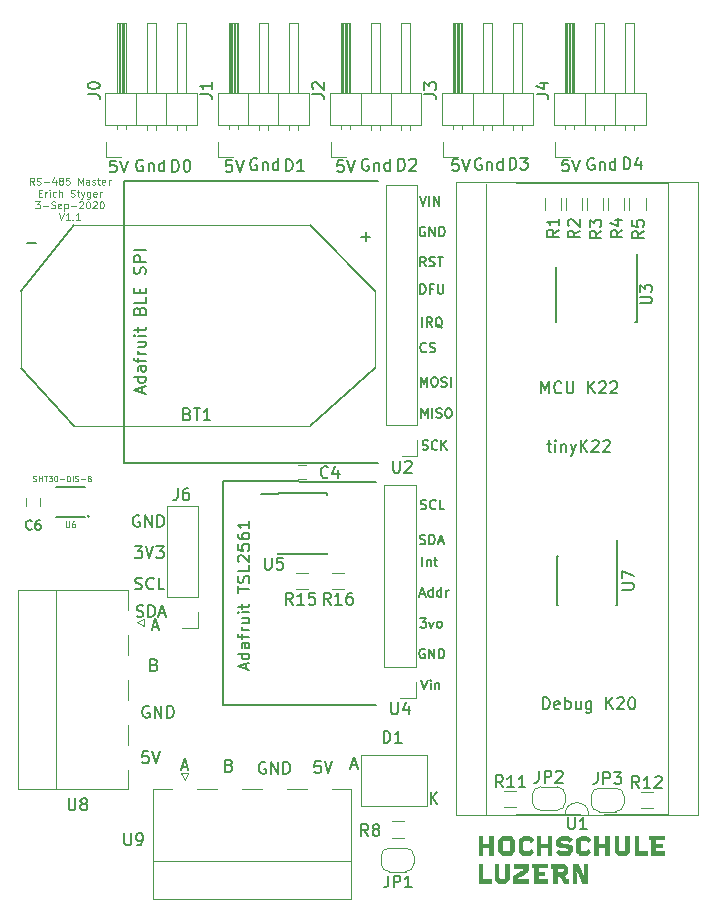
<source format=gbr>
G04 #@! TF.GenerationSoftware,KiCad,Pcbnew,(5.1.5)-3*
G04 #@! TF.CreationDate,2020-09-03T11:07:21+02:00*
G04 #@! TF.ProjectId,StepperClockMasterTinyK22,53746570-7065-4724-936c-6f636b4d6173,rev?*
G04 #@! TF.SameCoordinates,Original*
G04 #@! TF.FileFunction,Legend,Top*
G04 #@! TF.FilePolarity,Positive*
%FSLAX46Y46*%
G04 Gerber Fmt 4.6, Leading zero omitted, Abs format (unit mm)*
G04 Created by KiCad (PCBNEW (5.1.5)-3) date 2020-09-03 11:07:21*
%MOMM*%
%LPD*%
G04 APERTURE LIST*
%ADD10C,0.150000*%
%ADD11C,0.200000*%
%ADD12C,0.100000*%
%ADD13C,0.120000*%
%ADD14C,0.127000*%
%ADD15C,0.010000*%
%ADD16C,0.050000*%
G04 APERTURE END LIST*
D10*
X112671428Y-136738571D02*
X112814285Y-136786190D01*
X112861904Y-136833809D01*
X112909523Y-136929047D01*
X112909523Y-137071904D01*
X112861904Y-137167142D01*
X112814285Y-137214761D01*
X112719047Y-137262380D01*
X112338095Y-137262380D01*
X112338095Y-136262380D01*
X112671428Y-136262380D01*
X112766666Y-136310000D01*
X112814285Y-136357619D01*
X112861904Y-136452857D01*
X112861904Y-136548095D01*
X112814285Y-136643333D01*
X112766666Y-136690952D01*
X112671428Y-136738571D01*
X112338095Y-136738571D01*
X106321428Y-128218571D02*
X106464285Y-128266190D01*
X106511904Y-128313809D01*
X106559523Y-128409047D01*
X106559523Y-128551904D01*
X106511904Y-128647142D01*
X106464285Y-128694761D01*
X106369047Y-128742380D01*
X105988095Y-128742380D01*
X105988095Y-127742380D01*
X106321428Y-127742380D01*
X106416666Y-127790000D01*
X106464285Y-127837619D01*
X106511904Y-127932857D01*
X106511904Y-128028095D01*
X106464285Y-128123333D01*
X106416666Y-128170952D01*
X106321428Y-128218571D01*
X105988095Y-128218571D01*
X106181904Y-125016666D02*
X106658095Y-125016666D01*
X106086666Y-125302380D02*
X106420000Y-124302380D01*
X106753333Y-125302380D01*
X108641904Y-136866666D02*
X109118095Y-136866666D01*
X108546666Y-137152380D02*
X108880000Y-136152380D01*
X109213333Y-137152380D01*
X115728095Y-136490000D02*
X115632857Y-136442380D01*
X115490000Y-136442380D01*
X115347142Y-136490000D01*
X115251904Y-136585238D01*
X115204285Y-136680476D01*
X115156666Y-136870952D01*
X115156666Y-137013809D01*
X115204285Y-137204285D01*
X115251904Y-137299523D01*
X115347142Y-137394761D01*
X115490000Y-137442380D01*
X115585238Y-137442380D01*
X115728095Y-137394761D01*
X115775714Y-137347142D01*
X115775714Y-137013809D01*
X115585238Y-137013809D01*
X116204285Y-137442380D02*
X116204285Y-136442380D01*
X116775714Y-137442380D01*
X116775714Y-136442380D01*
X117251904Y-137442380D02*
X117251904Y-136442380D01*
X117490000Y-136442380D01*
X117632857Y-136490000D01*
X117728095Y-136585238D01*
X117775714Y-136680476D01*
X117823333Y-136870952D01*
X117823333Y-137013809D01*
X117775714Y-137204285D01*
X117728095Y-137299523D01*
X117632857Y-137394761D01*
X117490000Y-137442380D01*
X117251904Y-137442380D01*
X105878095Y-131750000D02*
X105782857Y-131702380D01*
X105640000Y-131702380D01*
X105497142Y-131750000D01*
X105401904Y-131845238D01*
X105354285Y-131940476D01*
X105306666Y-132130952D01*
X105306666Y-132273809D01*
X105354285Y-132464285D01*
X105401904Y-132559523D01*
X105497142Y-132654761D01*
X105640000Y-132702380D01*
X105735238Y-132702380D01*
X105878095Y-132654761D01*
X105925714Y-132607142D01*
X105925714Y-132273809D01*
X105735238Y-132273809D01*
X106354285Y-132702380D02*
X106354285Y-131702380D01*
X106925714Y-132702380D01*
X106925714Y-131702380D01*
X107401904Y-132702380D02*
X107401904Y-131702380D01*
X107640000Y-131702380D01*
X107782857Y-131750000D01*
X107878095Y-131845238D01*
X107925714Y-131940476D01*
X107973333Y-132130952D01*
X107973333Y-132273809D01*
X107925714Y-132464285D01*
X107878095Y-132559523D01*
X107782857Y-132654761D01*
X107640000Y-132702380D01*
X107401904Y-132702380D01*
X120399523Y-136382380D02*
X119923333Y-136382380D01*
X119875714Y-136858571D01*
X119923333Y-136810952D01*
X120018571Y-136763333D01*
X120256666Y-136763333D01*
X120351904Y-136810952D01*
X120399523Y-136858571D01*
X120447142Y-136953809D01*
X120447142Y-137191904D01*
X120399523Y-137287142D01*
X120351904Y-137334761D01*
X120256666Y-137382380D01*
X120018571Y-137382380D01*
X119923333Y-137334761D01*
X119875714Y-137287142D01*
X120732857Y-136382380D02*
X121066190Y-137382380D01*
X121399523Y-136382380D01*
X105809523Y-135552380D02*
X105333333Y-135552380D01*
X105285714Y-136028571D01*
X105333333Y-135980952D01*
X105428571Y-135933333D01*
X105666666Y-135933333D01*
X105761904Y-135980952D01*
X105809523Y-136028571D01*
X105857142Y-136123809D01*
X105857142Y-136361904D01*
X105809523Y-136457142D01*
X105761904Y-136504761D01*
X105666666Y-136552380D01*
X105428571Y-136552380D01*
X105333333Y-136504761D01*
X105285714Y-136457142D01*
X106142857Y-135552380D02*
X106476190Y-136552380D01*
X106809523Y-135552380D01*
D11*
X104815714Y-124114761D02*
X104958571Y-124162380D01*
X105196666Y-124162380D01*
X105291904Y-124114761D01*
X105339523Y-124067142D01*
X105387142Y-123971904D01*
X105387142Y-123876666D01*
X105339523Y-123781428D01*
X105291904Y-123733809D01*
X105196666Y-123686190D01*
X105006190Y-123638571D01*
X104910952Y-123590952D01*
X104863333Y-123543333D01*
X104815714Y-123448095D01*
X104815714Y-123352857D01*
X104863333Y-123257619D01*
X104910952Y-123210000D01*
X105006190Y-123162380D01*
X105244285Y-123162380D01*
X105387142Y-123210000D01*
X105815714Y-124162380D02*
X105815714Y-123162380D01*
X106053809Y-123162380D01*
X106196666Y-123210000D01*
X106291904Y-123305238D01*
X106339523Y-123400476D01*
X106387142Y-123590952D01*
X106387142Y-123733809D01*
X106339523Y-123924285D01*
X106291904Y-124019523D01*
X106196666Y-124114761D01*
X106053809Y-124162380D01*
X105815714Y-124162380D01*
X106768095Y-123876666D02*
X107244285Y-123876666D01*
X106672857Y-124162380D02*
X107006190Y-123162380D01*
X107339523Y-124162380D01*
X104699523Y-121794761D02*
X104842380Y-121842380D01*
X105080476Y-121842380D01*
X105175714Y-121794761D01*
X105223333Y-121747142D01*
X105270952Y-121651904D01*
X105270952Y-121556666D01*
X105223333Y-121461428D01*
X105175714Y-121413809D01*
X105080476Y-121366190D01*
X104890000Y-121318571D01*
X104794761Y-121270952D01*
X104747142Y-121223333D01*
X104699523Y-121128095D01*
X104699523Y-121032857D01*
X104747142Y-120937619D01*
X104794761Y-120890000D01*
X104890000Y-120842380D01*
X105128095Y-120842380D01*
X105270952Y-120890000D01*
X106270952Y-121747142D02*
X106223333Y-121794761D01*
X106080476Y-121842380D01*
X105985238Y-121842380D01*
X105842380Y-121794761D01*
X105747142Y-121699523D01*
X105699523Y-121604285D01*
X105651904Y-121413809D01*
X105651904Y-121270952D01*
X105699523Y-121080476D01*
X105747142Y-120985238D01*
X105842380Y-120890000D01*
X105985238Y-120842380D01*
X106080476Y-120842380D01*
X106223333Y-120890000D01*
X106270952Y-120937619D01*
X107175714Y-121842380D02*
X106699523Y-121842380D01*
X106699523Y-120842380D01*
X104671904Y-118192380D02*
X105290952Y-118192380D01*
X104957619Y-118573333D01*
X105100476Y-118573333D01*
X105195714Y-118620952D01*
X105243333Y-118668571D01*
X105290952Y-118763809D01*
X105290952Y-119001904D01*
X105243333Y-119097142D01*
X105195714Y-119144761D01*
X105100476Y-119192380D01*
X104814761Y-119192380D01*
X104719523Y-119144761D01*
X104671904Y-119097142D01*
X105576666Y-118192380D02*
X105910000Y-119192380D01*
X106243333Y-118192380D01*
X106481428Y-118192380D02*
X107100476Y-118192380D01*
X106767142Y-118573333D01*
X106910000Y-118573333D01*
X107005238Y-118620952D01*
X107052857Y-118668571D01*
X107100476Y-118763809D01*
X107100476Y-119001904D01*
X107052857Y-119097142D01*
X107005238Y-119144761D01*
X106910000Y-119192380D01*
X106624285Y-119192380D01*
X106529047Y-119144761D01*
X106481428Y-119097142D01*
X105068095Y-115590000D02*
X104972857Y-115542380D01*
X104830000Y-115542380D01*
X104687142Y-115590000D01*
X104591904Y-115685238D01*
X104544285Y-115780476D01*
X104496666Y-115970952D01*
X104496666Y-116113809D01*
X104544285Y-116304285D01*
X104591904Y-116399523D01*
X104687142Y-116494761D01*
X104830000Y-116542380D01*
X104925238Y-116542380D01*
X105068095Y-116494761D01*
X105115714Y-116447142D01*
X105115714Y-116113809D01*
X104925238Y-116113809D01*
X105544285Y-116542380D02*
X105544285Y-115542380D01*
X106115714Y-116542380D01*
X106115714Y-115542380D01*
X106591904Y-116542380D02*
X106591904Y-115542380D01*
X106830000Y-115542380D01*
X106972857Y-115590000D01*
X107068095Y-115685238D01*
X107115714Y-115780476D01*
X107163333Y-115970952D01*
X107163333Y-116113809D01*
X107115714Y-116304285D01*
X107068095Y-116399523D01*
X106972857Y-116494761D01*
X106830000Y-116542380D01*
X106591904Y-116542380D01*
D10*
X146061904Y-86262380D02*
X146061904Y-85262380D01*
X146300000Y-85262380D01*
X146442857Y-85310000D01*
X146538095Y-85405238D01*
X146585714Y-85500476D01*
X146633333Y-85690952D01*
X146633333Y-85833809D01*
X146585714Y-86024285D01*
X146538095Y-86119523D01*
X146442857Y-86214761D01*
X146300000Y-86262380D01*
X146061904Y-86262380D01*
X147490476Y-85595714D02*
X147490476Y-86262380D01*
X147252380Y-85214761D02*
X147014285Y-85929047D01*
X147633333Y-85929047D01*
X136401904Y-86292380D02*
X136401904Y-85292380D01*
X136640000Y-85292380D01*
X136782857Y-85340000D01*
X136878095Y-85435238D01*
X136925714Y-85530476D01*
X136973333Y-85720952D01*
X136973333Y-85863809D01*
X136925714Y-86054285D01*
X136878095Y-86149523D01*
X136782857Y-86244761D01*
X136640000Y-86292380D01*
X136401904Y-86292380D01*
X137306666Y-85292380D02*
X137925714Y-85292380D01*
X137592380Y-85673333D01*
X137735238Y-85673333D01*
X137830476Y-85720952D01*
X137878095Y-85768571D01*
X137925714Y-85863809D01*
X137925714Y-86101904D01*
X137878095Y-86197142D01*
X137830476Y-86244761D01*
X137735238Y-86292380D01*
X137449523Y-86292380D01*
X137354285Y-86244761D01*
X137306666Y-86197142D01*
X126961904Y-86382380D02*
X126961904Y-85382380D01*
X127200000Y-85382380D01*
X127342857Y-85430000D01*
X127438095Y-85525238D01*
X127485714Y-85620476D01*
X127533333Y-85810952D01*
X127533333Y-85953809D01*
X127485714Y-86144285D01*
X127438095Y-86239523D01*
X127342857Y-86334761D01*
X127200000Y-86382380D01*
X126961904Y-86382380D01*
X127914285Y-85477619D02*
X127961904Y-85430000D01*
X128057142Y-85382380D01*
X128295238Y-85382380D01*
X128390476Y-85430000D01*
X128438095Y-85477619D01*
X128485714Y-85572857D01*
X128485714Y-85668095D01*
X128438095Y-85810952D01*
X127866666Y-86382380D01*
X128485714Y-86382380D01*
X117461904Y-86412380D02*
X117461904Y-85412380D01*
X117700000Y-85412380D01*
X117842857Y-85460000D01*
X117938095Y-85555238D01*
X117985714Y-85650476D01*
X118033333Y-85840952D01*
X118033333Y-85983809D01*
X117985714Y-86174285D01*
X117938095Y-86269523D01*
X117842857Y-86364761D01*
X117700000Y-86412380D01*
X117461904Y-86412380D01*
X118985714Y-86412380D02*
X118414285Y-86412380D01*
X118700000Y-86412380D02*
X118700000Y-85412380D01*
X118604761Y-85555238D01*
X118509523Y-85650476D01*
X118414285Y-85698095D01*
X143547142Y-85360000D02*
X143451904Y-85312380D01*
X143309047Y-85312380D01*
X143166190Y-85360000D01*
X143070952Y-85455238D01*
X143023333Y-85550476D01*
X142975714Y-85740952D01*
X142975714Y-85883809D01*
X143023333Y-86074285D01*
X143070952Y-86169523D01*
X143166190Y-86264761D01*
X143309047Y-86312380D01*
X143404285Y-86312380D01*
X143547142Y-86264761D01*
X143594761Y-86217142D01*
X143594761Y-85883809D01*
X143404285Y-85883809D01*
X144023333Y-85645714D02*
X144023333Y-86312380D01*
X144023333Y-85740952D02*
X144070952Y-85693333D01*
X144166190Y-85645714D01*
X144309047Y-85645714D01*
X144404285Y-85693333D01*
X144451904Y-85788571D01*
X144451904Y-86312380D01*
X145356666Y-86312380D02*
X145356666Y-85312380D01*
X145356666Y-86264761D02*
X145261428Y-86312380D01*
X145070952Y-86312380D01*
X144975714Y-86264761D01*
X144928095Y-86217142D01*
X144880476Y-86121904D01*
X144880476Y-85836190D01*
X144928095Y-85740952D01*
X144975714Y-85693333D01*
X145070952Y-85645714D01*
X145261428Y-85645714D01*
X145356666Y-85693333D01*
X134007142Y-85360000D02*
X133911904Y-85312380D01*
X133769047Y-85312380D01*
X133626190Y-85360000D01*
X133530952Y-85455238D01*
X133483333Y-85550476D01*
X133435714Y-85740952D01*
X133435714Y-85883809D01*
X133483333Y-86074285D01*
X133530952Y-86169523D01*
X133626190Y-86264761D01*
X133769047Y-86312380D01*
X133864285Y-86312380D01*
X134007142Y-86264761D01*
X134054761Y-86217142D01*
X134054761Y-85883809D01*
X133864285Y-85883809D01*
X134483333Y-85645714D02*
X134483333Y-86312380D01*
X134483333Y-85740952D02*
X134530952Y-85693333D01*
X134626190Y-85645714D01*
X134769047Y-85645714D01*
X134864285Y-85693333D01*
X134911904Y-85788571D01*
X134911904Y-86312380D01*
X135816666Y-86312380D02*
X135816666Y-85312380D01*
X135816666Y-86264761D02*
X135721428Y-86312380D01*
X135530952Y-86312380D01*
X135435714Y-86264761D01*
X135388095Y-86217142D01*
X135340476Y-86121904D01*
X135340476Y-85836190D01*
X135388095Y-85740952D01*
X135435714Y-85693333D01*
X135530952Y-85645714D01*
X135721428Y-85645714D01*
X135816666Y-85693333D01*
X124447142Y-85430000D02*
X124351904Y-85382380D01*
X124209047Y-85382380D01*
X124066190Y-85430000D01*
X123970952Y-85525238D01*
X123923333Y-85620476D01*
X123875714Y-85810952D01*
X123875714Y-85953809D01*
X123923333Y-86144285D01*
X123970952Y-86239523D01*
X124066190Y-86334761D01*
X124209047Y-86382380D01*
X124304285Y-86382380D01*
X124447142Y-86334761D01*
X124494761Y-86287142D01*
X124494761Y-85953809D01*
X124304285Y-85953809D01*
X124923333Y-85715714D02*
X124923333Y-86382380D01*
X124923333Y-85810952D02*
X124970952Y-85763333D01*
X125066190Y-85715714D01*
X125209047Y-85715714D01*
X125304285Y-85763333D01*
X125351904Y-85858571D01*
X125351904Y-86382380D01*
X126256666Y-86382380D02*
X126256666Y-85382380D01*
X126256666Y-86334761D02*
X126161428Y-86382380D01*
X125970952Y-86382380D01*
X125875714Y-86334761D01*
X125828095Y-86287142D01*
X125780476Y-86191904D01*
X125780476Y-85906190D01*
X125828095Y-85810952D01*
X125875714Y-85763333D01*
X125970952Y-85715714D01*
X126161428Y-85715714D01*
X126256666Y-85763333D01*
X115007142Y-85400000D02*
X114911904Y-85352380D01*
X114769047Y-85352380D01*
X114626190Y-85400000D01*
X114530952Y-85495238D01*
X114483333Y-85590476D01*
X114435714Y-85780952D01*
X114435714Y-85923809D01*
X114483333Y-86114285D01*
X114530952Y-86209523D01*
X114626190Y-86304761D01*
X114769047Y-86352380D01*
X114864285Y-86352380D01*
X115007142Y-86304761D01*
X115054761Y-86257142D01*
X115054761Y-85923809D01*
X114864285Y-85923809D01*
X115483333Y-85685714D02*
X115483333Y-86352380D01*
X115483333Y-85780952D02*
X115530952Y-85733333D01*
X115626190Y-85685714D01*
X115769047Y-85685714D01*
X115864285Y-85733333D01*
X115911904Y-85828571D01*
X115911904Y-86352380D01*
X116816666Y-86352380D02*
X116816666Y-85352380D01*
X116816666Y-86304761D02*
X116721428Y-86352380D01*
X116530952Y-86352380D01*
X116435714Y-86304761D01*
X116388095Y-86257142D01*
X116340476Y-86161904D01*
X116340476Y-85876190D01*
X116388095Y-85780952D01*
X116435714Y-85733333D01*
X116530952Y-85685714D01*
X116721428Y-85685714D01*
X116816666Y-85733333D01*
X141379523Y-85442380D02*
X140903333Y-85442380D01*
X140855714Y-85918571D01*
X140903333Y-85870952D01*
X140998571Y-85823333D01*
X141236666Y-85823333D01*
X141331904Y-85870952D01*
X141379523Y-85918571D01*
X141427142Y-86013809D01*
X141427142Y-86251904D01*
X141379523Y-86347142D01*
X141331904Y-86394761D01*
X141236666Y-86442380D01*
X140998571Y-86442380D01*
X140903333Y-86394761D01*
X140855714Y-86347142D01*
X141712857Y-85442380D02*
X142046190Y-86442380D01*
X142379523Y-85442380D01*
X132069523Y-85412380D02*
X131593333Y-85412380D01*
X131545714Y-85888571D01*
X131593333Y-85840952D01*
X131688571Y-85793333D01*
X131926666Y-85793333D01*
X132021904Y-85840952D01*
X132069523Y-85888571D01*
X132117142Y-85983809D01*
X132117142Y-86221904D01*
X132069523Y-86317142D01*
X132021904Y-86364761D01*
X131926666Y-86412380D01*
X131688571Y-86412380D01*
X131593333Y-86364761D01*
X131545714Y-86317142D01*
X132402857Y-85412380D02*
X132736190Y-86412380D01*
X133069523Y-85412380D01*
X122319523Y-85502380D02*
X121843333Y-85502380D01*
X121795714Y-85978571D01*
X121843333Y-85930952D01*
X121938571Y-85883333D01*
X122176666Y-85883333D01*
X122271904Y-85930952D01*
X122319523Y-85978571D01*
X122367142Y-86073809D01*
X122367142Y-86311904D01*
X122319523Y-86407142D01*
X122271904Y-86454761D01*
X122176666Y-86502380D01*
X121938571Y-86502380D01*
X121843333Y-86454761D01*
X121795714Y-86407142D01*
X122652857Y-85502380D02*
X122986190Y-86502380D01*
X123319523Y-85502380D01*
X112889523Y-85502380D02*
X112413333Y-85502380D01*
X112365714Y-85978571D01*
X112413333Y-85930952D01*
X112508571Y-85883333D01*
X112746666Y-85883333D01*
X112841904Y-85930952D01*
X112889523Y-85978571D01*
X112937142Y-86073809D01*
X112937142Y-86311904D01*
X112889523Y-86407142D01*
X112841904Y-86454761D01*
X112746666Y-86502380D01*
X112508571Y-86502380D01*
X112413333Y-86454761D01*
X112365714Y-86407142D01*
X113222857Y-85502380D02*
X113556190Y-86502380D01*
X113889523Y-85502380D01*
X107841904Y-86472380D02*
X107841904Y-85472380D01*
X108080000Y-85472380D01*
X108222857Y-85520000D01*
X108318095Y-85615238D01*
X108365714Y-85710476D01*
X108413333Y-85900952D01*
X108413333Y-86043809D01*
X108365714Y-86234285D01*
X108318095Y-86329523D01*
X108222857Y-86424761D01*
X108080000Y-86472380D01*
X107841904Y-86472380D01*
X109032380Y-85472380D02*
X109127619Y-85472380D01*
X109222857Y-85520000D01*
X109270476Y-85567619D01*
X109318095Y-85662857D01*
X109365714Y-85853333D01*
X109365714Y-86091428D01*
X109318095Y-86281904D01*
X109270476Y-86377142D01*
X109222857Y-86424761D01*
X109127619Y-86472380D01*
X109032380Y-86472380D01*
X108937142Y-86424761D01*
X108889523Y-86377142D01*
X108841904Y-86281904D01*
X108794285Y-86091428D01*
X108794285Y-85853333D01*
X108841904Y-85662857D01*
X108889523Y-85567619D01*
X108937142Y-85520000D01*
X109032380Y-85472380D01*
X105357142Y-85490000D02*
X105261904Y-85442380D01*
X105119047Y-85442380D01*
X104976190Y-85490000D01*
X104880952Y-85585238D01*
X104833333Y-85680476D01*
X104785714Y-85870952D01*
X104785714Y-86013809D01*
X104833333Y-86204285D01*
X104880952Y-86299523D01*
X104976190Y-86394761D01*
X105119047Y-86442380D01*
X105214285Y-86442380D01*
X105357142Y-86394761D01*
X105404761Y-86347142D01*
X105404761Y-86013809D01*
X105214285Y-86013809D01*
X105833333Y-85775714D02*
X105833333Y-86442380D01*
X105833333Y-85870952D02*
X105880952Y-85823333D01*
X105976190Y-85775714D01*
X106119047Y-85775714D01*
X106214285Y-85823333D01*
X106261904Y-85918571D01*
X106261904Y-86442380D01*
X107166666Y-86442380D02*
X107166666Y-85442380D01*
X107166666Y-86394761D02*
X107071428Y-86442380D01*
X106880952Y-86442380D01*
X106785714Y-86394761D01*
X106738095Y-86347142D01*
X106690476Y-86251904D01*
X106690476Y-85966190D01*
X106738095Y-85870952D01*
X106785714Y-85823333D01*
X106880952Y-85775714D01*
X107071428Y-85775714D01*
X107166666Y-85823333D01*
X103079523Y-85532380D02*
X102603333Y-85532380D01*
X102555714Y-86008571D01*
X102603333Y-85960952D01*
X102698571Y-85913333D01*
X102936666Y-85913333D01*
X103031904Y-85960952D01*
X103079523Y-86008571D01*
X103127142Y-86103809D01*
X103127142Y-86341904D01*
X103079523Y-86437142D01*
X103031904Y-86484761D01*
X102936666Y-86532380D01*
X102698571Y-86532380D01*
X102603333Y-86484761D01*
X102555714Y-86437142D01*
X103412857Y-85532380D02*
X103746190Y-86532380D01*
X104079523Y-85532380D01*
D12*
X96131428Y-87581428D02*
X95931428Y-87295714D01*
X95788571Y-87581428D02*
X95788571Y-86981428D01*
X96017142Y-86981428D01*
X96074285Y-87010000D01*
X96102857Y-87038571D01*
X96131428Y-87095714D01*
X96131428Y-87181428D01*
X96102857Y-87238571D01*
X96074285Y-87267142D01*
X96017142Y-87295714D01*
X95788571Y-87295714D01*
X96360000Y-87552857D02*
X96445714Y-87581428D01*
X96588571Y-87581428D01*
X96645714Y-87552857D01*
X96674285Y-87524285D01*
X96702857Y-87467142D01*
X96702857Y-87410000D01*
X96674285Y-87352857D01*
X96645714Y-87324285D01*
X96588571Y-87295714D01*
X96474285Y-87267142D01*
X96417142Y-87238571D01*
X96388571Y-87210000D01*
X96360000Y-87152857D01*
X96360000Y-87095714D01*
X96388571Y-87038571D01*
X96417142Y-87010000D01*
X96474285Y-86981428D01*
X96617142Y-86981428D01*
X96702857Y-87010000D01*
X96960000Y-87352857D02*
X97417142Y-87352857D01*
X97960000Y-87181428D02*
X97960000Y-87581428D01*
X97817142Y-86952857D02*
X97674285Y-87381428D01*
X98045714Y-87381428D01*
X98360000Y-87238571D02*
X98302857Y-87210000D01*
X98274285Y-87181428D01*
X98245714Y-87124285D01*
X98245714Y-87095714D01*
X98274285Y-87038571D01*
X98302857Y-87010000D01*
X98360000Y-86981428D01*
X98474285Y-86981428D01*
X98531428Y-87010000D01*
X98560000Y-87038571D01*
X98588571Y-87095714D01*
X98588571Y-87124285D01*
X98560000Y-87181428D01*
X98531428Y-87210000D01*
X98474285Y-87238571D01*
X98360000Y-87238571D01*
X98302857Y-87267142D01*
X98274285Y-87295714D01*
X98245714Y-87352857D01*
X98245714Y-87467142D01*
X98274285Y-87524285D01*
X98302857Y-87552857D01*
X98360000Y-87581428D01*
X98474285Y-87581428D01*
X98531428Y-87552857D01*
X98560000Y-87524285D01*
X98588571Y-87467142D01*
X98588571Y-87352857D01*
X98560000Y-87295714D01*
X98531428Y-87267142D01*
X98474285Y-87238571D01*
X99131428Y-86981428D02*
X98845714Y-86981428D01*
X98817142Y-87267142D01*
X98845714Y-87238571D01*
X98902857Y-87210000D01*
X99045714Y-87210000D01*
X99102857Y-87238571D01*
X99131428Y-87267142D01*
X99160000Y-87324285D01*
X99160000Y-87467142D01*
X99131428Y-87524285D01*
X99102857Y-87552857D01*
X99045714Y-87581428D01*
X98902857Y-87581428D01*
X98845714Y-87552857D01*
X98817142Y-87524285D01*
X99874285Y-87581428D02*
X99874285Y-86981428D01*
X100074285Y-87410000D01*
X100274285Y-86981428D01*
X100274285Y-87581428D01*
X100817142Y-87581428D02*
X100817142Y-87267142D01*
X100788571Y-87210000D01*
X100731428Y-87181428D01*
X100617142Y-87181428D01*
X100560000Y-87210000D01*
X100817142Y-87552857D02*
X100760000Y-87581428D01*
X100617142Y-87581428D01*
X100560000Y-87552857D01*
X100531428Y-87495714D01*
X100531428Y-87438571D01*
X100560000Y-87381428D01*
X100617142Y-87352857D01*
X100760000Y-87352857D01*
X100817142Y-87324285D01*
X101074285Y-87552857D02*
X101131428Y-87581428D01*
X101245714Y-87581428D01*
X101302857Y-87552857D01*
X101331428Y-87495714D01*
X101331428Y-87467142D01*
X101302857Y-87410000D01*
X101245714Y-87381428D01*
X101160000Y-87381428D01*
X101102857Y-87352857D01*
X101074285Y-87295714D01*
X101074285Y-87267142D01*
X101102857Y-87210000D01*
X101160000Y-87181428D01*
X101245714Y-87181428D01*
X101302857Y-87210000D01*
X101502857Y-87181428D02*
X101731428Y-87181428D01*
X101588571Y-86981428D02*
X101588571Y-87495714D01*
X101617142Y-87552857D01*
X101674285Y-87581428D01*
X101731428Y-87581428D01*
X102160000Y-87552857D02*
X102102857Y-87581428D01*
X101988571Y-87581428D01*
X101931428Y-87552857D01*
X101902857Y-87495714D01*
X101902857Y-87267142D01*
X101931428Y-87210000D01*
X101988571Y-87181428D01*
X102102857Y-87181428D01*
X102160000Y-87210000D01*
X102188571Y-87267142D01*
X102188571Y-87324285D01*
X101902857Y-87381428D01*
X102445714Y-87581428D02*
X102445714Y-87181428D01*
X102445714Y-87295714D02*
X102474285Y-87238571D01*
X102502857Y-87210000D01*
X102560000Y-87181428D01*
X102617142Y-87181428D01*
X96545714Y-88267142D02*
X96745714Y-88267142D01*
X96831428Y-88581428D02*
X96545714Y-88581428D01*
X96545714Y-87981428D01*
X96831428Y-87981428D01*
X97088571Y-88581428D02*
X97088571Y-88181428D01*
X97088571Y-88295714D02*
X97117142Y-88238571D01*
X97145714Y-88210000D01*
X97202857Y-88181428D01*
X97260000Y-88181428D01*
X97460000Y-88581428D02*
X97460000Y-88181428D01*
X97460000Y-87981428D02*
X97431428Y-88010000D01*
X97460000Y-88038571D01*
X97488571Y-88010000D01*
X97460000Y-87981428D01*
X97460000Y-88038571D01*
X98002857Y-88552857D02*
X97945714Y-88581428D01*
X97831428Y-88581428D01*
X97774285Y-88552857D01*
X97745714Y-88524285D01*
X97717142Y-88467142D01*
X97717142Y-88295714D01*
X97745714Y-88238571D01*
X97774285Y-88210000D01*
X97831428Y-88181428D01*
X97945714Y-88181428D01*
X98002857Y-88210000D01*
X98260000Y-88581428D02*
X98260000Y-87981428D01*
X98517142Y-88581428D02*
X98517142Y-88267142D01*
X98488571Y-88210000D01*
X98431428Y-88181428D01*
X98345714Y-88181428D01*
X98288571Y-88210000D01*
X98260000Y-88238571D01*
X99231428Y-88552857D02*
X99317142Y-88581428D01*
X99460000Y-88581428D01*
X99517142Y-88552857D01*
X99545714Y-88524285D01*
X99574285Y-88467142D01*
X99574285Y-88410000D01*
X99545714Y-88352857D01*
X99517142Y-88324285D01*
X99460000Y-88295714D01*
X99345714Y-88267142D01*
X99288571Y-88238571D01*
X99260000Y-88210000D01*
X99231428Y-88152857D01*
X99231428Y-88095714D01*
X99260000Y-88038571D01*
X99288571Y-88010000D01*
X99345714Y-87981428D01*
X99488571Y-87981428D01*
X99574285Y-88010000D01*
X99745714Y-88181428D02*
X99974285Y-88181428D01*
X99831428Y-87981428D02*
X99831428Y-88495714D01*
X99860000Y-88552857D01*
X99917142Y-88581428D01*
X99974285Y-88581428D01*
X100117142Y-88181428D02*
X100260000Y-88581428D01*
X100402857Y-88181428D02*
X100260000Y-88581428D01*
X100202857Y-88724285D01*
X100174285Y-88752857D01*
X100117142Y-88781428D01*
X100888571Y-88181428D02*
X100888571Y-88667142D01*
X100860000Y-88724285D01*
X100831428Y-88752857D01*
X100774285Y-88781428D01*
X100688571Y-88781428D01*
X100631428Y-88752857D01*
X100888571Y-88552857D02*
X100831428Y-88581428D01*
X100717142Y-88581428D01*
X100660000Y-88552857D01*
X100631428Y-88524285D01*
X100602857Y-88467142D01*
X100602857Y-88295714D01*
X100631428Y-88238571D01*
X100660000Y-88210000D01*
X100717142Y-88181428D01*
X100831428Y-88181428D01*
X100888571Y-88210000D01*
X101402857Y-88552857D02*
X101345714Y-88581428D01*
X101231428Y-88581428D01*
X101174285Y-88552857D01*
X101145714Y-88495714D01*
X101145714Y-88267142D01*
X101174285Y-88210000D01*
X101231428Y-88181428D01*
X101345714Y-88181428D01*
X101402857Y-88210000D01*
X101431428Y-88267142D01*
X101431428Y-88324285D01*
X101145714Y-88381428D01*
X101688571Y-88581428D02*
X101688571Y-88181428D01*
X101688571Y-88295714D02*
X101717142Y-88238571D01*
X101745714Y-88210000D01*
X101802857Y-88181428D01*
X101860000Y-88181428D01*
X96260000Y-88981428D02*
X96631428Y-88981428D01*
X96431428Y-89210000D01*
X96517142Y-89210000D01*
X96574285Y-89238571D01*
X96602857Y-89267142D01*
X96631428Y-89324285D01*
X96631428Y-89467142D01*
X96602857Y-89524285D01*
X96574285Y-89552857D01*
X96517142Y-89581428D01*
X96345714Y-89581428D01*
X96288571Y-89552857D01*
X96260000Y-89524285D01*
X96888571Y-89352857D02*
X97345714Y-89352857D01*
X97602857Y-89552857D02*
X97688571Y-89581428D01*
X97831428Y-89581428D01*
X97888571Y-89552857D01*
X97917142Y-89524285D01*
X97945714Y-89467142D01*
X97945714Y-89410000D01*
X97917142Y-89352857D01*
X97888571Y-89324285D01*
X97831428Y-89295714D01*
X97717142Y-89267142D01*
X97660000Y-89238571D01*
X97631428Y-89210000D01*
X97602857Y-89152857D01*
X97602857Y-89095714D01*
X97631428Y-89038571D01*
X97660000Y-89010000D01*
X97717142Y-88981428D01*
X97860000Y-88981428D01*
X97945714Y-89010000D01*
X98431428Y-89552857D02*
X98374285Y-89581428D01*
X98260000Y-89581428D01*
X98202857Y-89552857D01*
X98174285Y-89495714D01*
X98174285Y-89267142D01*
X98202857Y-89210000D01*
X98260000Y-89181428D01*
X98374285Y-89181428D01*
X98431428Y-89210000D01*
X98460000Y-89267142D01*
X98460000Y-89324285D01*
X98174285Y-89381428D01*
X98717142Y-89181428D02*
X98717142Y-89781428D01*
X98717142Y-89210000D02*
X98774285Y-89181428D01*
X98888571Y-89181428D01*
X98945714Y-89210000D01*
X98974285Y-89238571D01*
X99002857Y-89295714D01*
X99002857Y-89467142D01*
X98974285Y-89524285D01*
X98945714Y-89552857D01*
X98888571Y-89581428D01*
X98774285Y-89581428D01*
X98717142Y-89552857D01*
X99260000Y-89352857D02*
X99717142Y-89352857D01*
X99974285Y-89038571D02*
X100002857Y-89010000D01*
X100060000Y-88981428D01*
X100202857Y-88981428D01*
X100260000Y-89010000D01*
X100288571Y-89038571D01*
X100317142Y-89095714D01*
X100317142Y-89152857D01*
X100288571Y-89238571D01*
X99945714Y-89581428D01*
X100317142Y-89581428D01*
X100688571Y-88981428D02*
X100745714Y-88981428D01*
X100802857Y-89010000D01*
X100831428Y-89038571D01*
X100860000Y-89095714D01*
X100888571Y-89210000D01*
X100888571Y-89352857D01*
X100860000Y-89467142D01*
X100831428Y-89524285D01*
X100802857Y-89552857D01*
X100745714Y-89581428D01*
X100688571Y-89581428D01*
X100631428Y-89552857D01*
X100602857Y-89524285D01*
X100574285Y-89467142D01*
X100545714Y-89352857D01*
X100545714Y-89210000D01*
X100574285Y-89095714D01*
X100602857Y-89038571D01*
X100631428Y-89010000D01*
X100688571Y-88981428D01*
X101117142Y-89038571D02*
X101145714Y-89010000D01*
X101202857Y-88981428D01*
X101345714Y-88981428D01*
X101402857Y-89010000D01*
X101431428Y-89038571D01*
X101460000Y-89095714D01*
X101460000Y-89152857D01*
X101431428Y-89238571D01*
X101088571Y-89581428D01*
X101460000Y-89581428D01*
X101831428Y-88981428D02*
X101888571Y-88981428D01*
X101945714Y-89010000D01*
X101974285Y-89038571D01*
X102002857Y-89095714D01*
X102031428Y-89210000D01*
X102031428Y-89352857D01*
X102002857Y-89467142D01*
X101974285Y-89524285D01*
X101945714Y-89552857D01*
X101888571Y-89581428D01*
X101831428Y-89581428D01*
X101774285Y-89552857D01*
X101745714Y-89524285D01*
X101717142Y-89467142D01*
X101688571Y-89352857D01*
X101688571Y-89210000D01*
X101717142Y-89095714D01*
X101745714Y-89038571D01*
X101774285Y-89010000D01*
X101831428Y-88981428D01*
X98245714Y-89981428D02*
X98445714Y-90581428D01*
X98645714Y-89981428D01*
X99160000Y-90581428D02*
X98817142Y-90581428D01*
X98988571Y-90581428D02*
X98988571Y-89981428D01*
X98931428Y-90067142D01*
X98874285Y-90124285D01*
X98817142Y-90152857D01*
X99417142Y-90524285D02*
X99445714Y-90552857D01*
X99417142Y-90581428D01*
X99388571Y-90552857D01*
X99417142Y-90524285D01*
X99417142Y-90581428D01*
X100017142Y-90581428D02*
X99674285Y-90581428D01*
X99845714Y-90581428D02*
X99845714Y-89981428D01*
X99788571Y-90067142D01*
X99731428Y-90124285D01*
X99674285Y-90152857D01*
D10*
X147160000Y-99185000D02*
X147060000Y-99185000D01*
X140335000Y-99185000D02*
X140360000Y-99185000D01*
X140335000Y-94535000D02*
X140360000Y-94535000D01*
X147160000Y-93460000D02*
X147160000Y-99185000D01*
X140335000Y-94535000D02*
X140335000Y-99185000D01*
D12*
X129404000Y-140209000D02*
X129404000Y-135891000D01*
X129404000Y-135891000D02*
X123816000Y-135891000D01*
X123816000Y-135891000D02*
X123816000Y-140209000D01*
X123816000Y-140209000D02*
X129404000Y-140209000D01*
D13*
X144000000Y-138650000D02*
X145400000Y-138650000D01*
X146100000Y-139350000D02*
X146100000Y-139950000D01*
X145400000Y-140650000D02*
X144000000Y-140650000D01*
X143300000Y-139950000D02*
X143300000Y-139350000D01*
X143300000Y-139350000D02*
G75*
G02X144000000Y-138650000I700000J0D01*
G01*
X144000000Y-140650000D02*
G75*
G02X143300000Y-139950000I0J700000D01*
G01*
X146100000Y-139950000D02*
G75*
G02X145400000Y-140650000I-700000J0D01*
G01*
X145400000Y-138650000D02*
G75*
G02X146100000Y-139350000I0J-700000D01*
G01*
X139020000Y-138550000D02*
X140420000Y-138550000D01*
X141120000Y-139250000D02*
X141120000Y-139850000D01*
X140420000Y-140550000D02*
X139020000Y-140550000D01*
X138320000Y-139850000D02*
X138320000Y-139250000D01*
X138320000Y-139250000D02*
G75*
G02X139020000Y-138550000I700000J0D01*
G01*
X139020000Y-140550000D02*
G75*
G02X138320000Y-139850000I0J700000D01*
G01*
X141120000Y-139850000D02*
G75*
G02X140420000Y-140550000I-700000J0D01*
G01*
X140420000Y-138550000D02*
G75*
G02X141120000Y-139250000I0J-700000D01*
G01*
X126210000Y-143730000D02*
X127610000Y-143730000D01*
X128310000Y-144430000D02*
X128310000Y-145030000D01*
X127610000Y-145730000D02*
X126210000Y-145730000D01*
X125510000Y-145030000D02*
X125510000Y-144430000D01*
X125510000Y-144430000D02*
G75*
G02X126210000Y-143730000I700000J0D01*
G01*
X126210000Y-145730000D02*
G75*
G02X125510000Y-145030000I0J700000D01*
G01*
X128310000Y-145030000D02*
G75*
G02X127610000Y-145730000I-700000J0D01*
G01*
X127610000Y-143730000D02*
G75*
G02X128310000Y-144430000I0J-700000D01*
G01*
X142950000Y-89710000D02*
X142950000Y-88710000D01*
X144310000Y-88710000D02*
X144310000Y-89710000D01*
X105440000Y-124310000D02*
X105440000Y-124910000D01*
X104840000Y-124610000D02*
X105440000Y-124310000D01*
X105440000Y-124910000D02*
X104840000Y-124610000D01*
X98040000Y-121930000D02*
X98040000Y-138720000D01*
X104120000Y-133280000D02*
X104120000Y-134990000D01*
X104120000Y-129470000D02*
X104120000Y-131180000D01*
X104120000Y-125660000D02*
X104120000Y-127370000D01*
X104120000Y-138720000D02*
X104120000Y-137090000D01*
X104120000Y-121930000D02*
X104120000Y-123560000D01*
X94760000Y-138720000D02*
X104120000Y-138720000D01*
X94760000Y-121930000D02*
X94760000Y-138720000D01*
X104120000Y-121930000D02*
X94760000Y-121930000D01*
X108600000Y-137400000D02*
X109200000Y-137400000D01*
X108900000Y-138000000D02*
X108600000Y-137400000D01*
X109200000Y-137400000D02*
X108900000Y-138000000D01*
X106220000Y-144800000D02*
X123010000Y-144800000D01*
X117570000Y-138720000D02*
X119280000Y-138720000D01*
X113760000Y-138720000D02*
X115470000Y-138720000D01*
X109950000Y-138720000D02*
X111660000Y-138720000D01*
X123010000Y-138720000D02*
X121380000Y-138720000D01*
X106220000Y-138720000D02*
X107850000Y-138720000D01*
X123010000Y-148080000D02*
X123010000Y-138720000D01*
X106220000Y-148080000D02*
X123010000Y-148080000D01*
X106220000Y-138720000D02*
X106220000Y-148080000D01*
X131940000Y-140950000D02*
X152320000Y-140950000D01*
X131880000Y-87370000D02*
X131880000Y-140950000D01*
X152320000Y-87370000D02*
X131940000Y-87370000D01*
X152320000Y-140950000D02*
X152320000Y-87370000D01*
X136910000Y-140890000D02*
X142370000Y-140890000D01*
X134420000Y-87490000D02*
X134420000Y-140950000D01*
X149830000Y-87430000D02*
X136910000Y-87430000D01*
X149830000Y-140890000D02*
X149830000Y-87430000D01*
X144370000Y-140890000D02*
X149830000Y-140890000D01*
X141100000Y-140890000D02*
G75*
G02X143100000Y-140890000I1000000J0D01*
G01*
X148520000Y-140330000D02*
X147520000Y-140330000D01*
X147520000Y-138970000D02*
X148520000Y-138970000D01*
X136970000Y-140270000D02*
X135970000Y-140270000D01*
X135970000Y-138910000D02*
X136970000Y-138910000D01*
D10*
X112130000Y-112620000D02*
X125130000Y-112720000D01*
X112130000Y-131620000D02*
X112130000Y-112720000D01*
X125130000Y-131620000D02*
X112130000Y-131620000D01*
D13*
X128460000Y-113020000D02*
X125800000Y-113020000D01*
X128460000Y-128450000D02*
X128460000Y-113020000D01*
X125800000Y-128450000D02*
X125800000Y-113020000D01*
X128460000Y-128450000D02*
X125800000Y-128450000D01*
X128460000Y-129720000D02*
X128460000Y-131050000D01*
X128460000Y-131050000D02*
X127130000Y-131050000D01*
D14*
X100470000Y-113190000D02*
X97970000Y-113190000D01*
X97970000Y-115690000D02*
X100470000Y-115690000D01*
D12*
X100820000Y-115640000D02*
G75*
G03X100820000Y-115640000I-100000J0D01*
G01*
D10*
X103760000Y-87230000D02*
X125260000Y-87230000D01*
X103760000Y-111130000D02*
X103760000Y-87230000D01*
X125260000Y-111130000D02*
X103760000Y-111130000D01*
D13*
X128590000Y-87580000D02*
X125930000Y-87580000D01*
X128590000Y-107960000D02*
X128590000Y-87580000D01*
X125930000Y-107960000D02*
X125930000Y-87580000D01*
X128590000Y-107960000D02*
X125930000Y-107960000D01*
X128590000Y-109230000D02*
X128590000Y-110560000D01*
X128590000Y-110560000D02*
X127260000Y-110560000D01*
D10*
X145525000Y-119025000D02*
X145475000Y-119025000D01*
X145525000Y-123175000D02*
X145380000Y-123175000D01*
X140375000Y-123175000D02*
X140520000Y-123175000D01*
X140375000Y-119025000D02*
X140520000Y-119025000D01*
X145525000Y-119025000D02*
X145525000Y-123175000D01*
X140375000Y-119025000D02*
X140375000Y-123175000D01*
X145475000Y-119025000D02*
X145475000Y-117625000D01*
X116755000Y-113715000D02*
X116755000Y-113765000D01*
X120905000Y-113715000D02*
X120905000Y-113860000D01*
X120905000Y-118865000D02*
X120905000Y-118720000D01*
X116755000Y-118865000D02*
X116755000Y-118720000D01*
X116755000Y-113715000D02*
X120905000Y-113715000D01*
X116755000Y-118865000D02*
X120905000Y-118865000D01*
X116755000Y-113765000D02*
X115355000Y-113765000D01*
D13*
X126450000Y-141490000D02*
X127450000Y-141490000D01*
X127450000Y-142850000D02*
X126450000Y-142850000D01*
X146550000Y-89710000D02*
X146550000Y-88710000D01*
X147910000Y-88710000D02*
X147910000Y-89710000D01*
X121390000Y-120410000D02*
X122390000Y-120410000D01*
X122390000Y-121770000D02*
X121390000Y-121770000D01*
X119300000Y-121820000D02*
X118300000Y-121820000D01*
X118300000Y-120460000D02*
X119300000Y-120460000D01*
X144760000Y-89700000D02*
X144760000Y-88700000D01*
X146120000Y-88700000D02*
X146120000Y-89700000D01*
X141170000Y-89710000D02*
X141170000Y-88710000D01*
X142530000Y-88710000D02*
X142530000Y-89710000D01*
X139370000Y-89700000D02*
X139370000Y-88700000D01*
X140730000Y-88700000D02*
X140730000Y-89700000D01*
D15*
G36*
X135434727Y-145670753D02*
G01*
X135434879Y-145849351D01*
X135435646Y-145987753D01*
X135437497Y-146091943D01*
X135440898Y-146167907D01*
X135446318Y-146221629D01*
X135454224Y-146259095D01*
X135465085Y-146286289D01*
X135479367Y-146309198D01*
X135485251Y-146317299D01*
X135511630Y-146350116D01*
X135538949Y-146370280D01*
X135578579Y-146380869D01*
X135641893Y-146384962D01*
X135737679Y-146385636D01*
X135835167Y-146384915D01*
X135897724Y-146380735D01*
X135936598Y-146370076D01*
X135963037Y-146349916D01*
X135987337Y-146318572D01*
X136002088Y-146295589D01*
X136013448Y-146269267D01*
X136021858Y-146233637D01*
X136027758Y-146182729D01*
X136031591Y-146110575D01*
X136033796Y-146011203D01*
X136034814Y-145878645D01*
X136035087Y-145706932D01*
X136035091Y-145672026D01*
X136035091Y-145092545D01*
X136335273Y-145092545D01*
X136335273Y-146379508D01*
X136207410Y-146510472D01*
X136138611Y-146576267D01*
X136074122Y-146629976D01*
X136026366Y-146661382D01*
X136021179Y-146663627D01*
X135974496Y-146672320D01*
X135894816Y-146678665D01*
X135795213Y-146682520D01*
X135688763Y-146683743D01*
X135588542Y-146682192D01*
X135507624Y-146677723D01*
X135459086Y-146670195D01*
X135457818Y-146669762D01*
X135426265Y-146648668D01*
X135372059Y-146603140D01*
X135305011Y-146541589D01*
X135278864Y-146516389D01*
X135134545Y-146375425D01*
X135134545Y-145092545D01*
X135434727Y-145092545D01*
X135434727Y-145670753D01*
G37*
X135434727Y-145670753D02*
X135434879Y-145849351D01*
X135435646Y-145987753D01*
X135437497Y-146091943D01*
X135440898Y-146167907D01*
X135446318Y-146221629D01*
X135454224Y-146259095D01*
X135465085Y-146286289D01*
X135479367Y-146309198D01*
X135485251Y-146317299D01*
X135511630Y-146350116D01*
X135538949Y-146370280D01*
X135578579Y-146380869D01*
X135641893Y-146384962D01*
X135737679Y-146385636D01*
X135835167Y-146384915D01*
X135897724Y-146380735D01*
X135936598Y-146370076D01*
X135963037Y-146349916D01*
X135987337Y-146318572D01*
X136002088Y-146295589D01*
X136013448Y-146269267D01*
X136021858Y-146233637D01*
X136027758Y-146182729D01*
X136031591Y-146110575D01*
X136033796Y-146011203D01*
X136034814Y-145878645D01*
X136035087Y-145706932D01*
X136035091Y-145672026D01*
X136035091Y-145092545D01*
X136335273Y-145092545D01*
X136335273Y-146379508D01*
X136207410Y-146510472D01*
X136138611Y-146576267D01*
X136074122Y-146629976D01*
X136026366Y-146661382D01*
X136021179Y-146663627D01*
X135974496Y-146672320D01*
X135894816Y-146678665D01*
X135795213Y-146682520D01*
X135688763Y-146683743D01*
X135588542Y-146682192D01*
X135507624Y-146677723D01*
X135459086Y-146670195D01*
X135457818Y-146669762D01*
X135426265Y-146648668D01*
X135372059Y-146603140D01*
X135305011Y-146541589D01*
X135278864Y-146516389D01*
X135134545Y-146375425D01*
X135134545Y-145092545D01*
X135434727Y-145092545D01*
X135434727Y-145670753D01*
G36*
X137928545Y-145375647D02*
G01*
X137927059Y-145506850D01*
X137922047Y-145599778D01*
X137912676Y-145662259D01*
X137898117Y-145702121D01*
X137893008Y-145710279D01*
X137862605Y-145736734D01*
X137798386Y-145781121D01*
X137707047Y-145839206D01*
X137595287Y-145906756D01*
X137469804Y-145979538D01*
X137442735Y-145994866D01*
X137303739Y-146073442D01*
X137199886Y-146133254D01*
X137126054Y-146178158D01*
X137077124Y-146212011D01*
X137047974Y-146238667D01*
X137033484Y-146261984D01*
X137028533Y-146285817D01*
X137028000Y-146307176D01*
X137028000Y-146385636D01*
X137928545Y-146385636D01*
X137928545Y-146685818D01*
X137332030Y-146685818D01*
X137170876Y-146685461D01*
X137025488Y-146684454D01*
X136902079Y-146682897D01*
X136806864Y-146680888D01*
X136746055Y-146678526D01*
X136725894Y-146676194D01*
X136722178Y-146650705D01*
X136719139Y-146588354D01*
X136717084Y-146498457D01*
X136716324Y-146390331D01*
X136716324Y-146388148D01*
X136716989Y-146269093D01*
X136719883Y-146187009D01*
X136726433Y-146132689D01*
X136738063Y-146096928D01*
X136756199Y-146070522D01*
X136767339Y-146058762D01*
X136803028Y-146031500D01*
X136871749Y-145986225D01*
X136966225Y-145927461D01*
X137079178Y-145859733D01*
X137203330Y-145787566D01*
X137206015Y-145786030D01*
X137339613Y-145709393D01*
X137438459Y-145651454D01*
X137507921Y-145608033D01*
X137553364Y-145574950D01*
X137580155Y-145548026D01*
X137593661Y-145523083D01*
X137599247Y-145495940D01*
X137600894Y-145478495D01*
X137608060Y-145392727D01*
X136748705Y-145392727D01*
X136755580Y-145248409D01*
X136762454Y-145104091D01*
X137345500Y-145097922D01*
X137928545Y-145091752D01*
X137928545Y-145375647D01*
G37*
X137928545Y-145375647D02*
X137927059Y-145506850D01*
X137922047Y-145599778D01*
X137912676Y-145662259D01*
X137898117Y-145702121D01*
X137893008Y-145710279D01*
X137862605Y-145736734D01*
X137798386Y-145781121D01*
X137707047Y-145839206D01*
X137595287Y-145906756D01*
X137469804Y-145979538D01*
X137442735Y-145994866D01*
X137303739Y-146073442D01*
X137199886Y-146133254D01*
X137126054Y-146178158D01*
X137077124Y-146212011D01*
X137047974Y-146238667D01*
X137033484Y-146261984D01*
X137028533Y-146285817D01*
X137028000Y-146307176D01*
X137028000Y-146385636D01*
X137928545Y-146385636D01*
X137928545Y-146685818D01*
X137332030Y-146685818D01*
X137170876Y-146685461D01*
X137025488Y-146684454D01*
X136902079Y-146682897D01*
X136806864Y-146680888D01*
X136746055Y-146678526D01*
X136725894Y-146676194D01*
X136722178Y-146650705D01*
X136719139Y-146588354D01*
X136717084Y-146498457D01*
X136716324Y-146390331D01*
X136716324Y-146388148D01*
X136716989Y-146269093D01*
X136719883Y-146187009D01*
X136726433Y-146132689D01*
X136738063Y-146096928D01*
X136756199Y-146070522D01*
X136767339Y-146058762D01*
X136803028Y-146031500D01*
X136871749Y-145986225D01*
X136966225Y-145927461D01*
X137079178Y-145859733D01*
X137203330Y-145787566D01*
X137206015Y-145786030D01*
X137339613Y-145709393D01*
X137438459Y-145651454D01*
X137507921Y-145608033D01*
X137553364Y-145574950D01*
X137580155Y-145548026D01*
X137593661Y-145523083D01*
X137599247Y-145495940D01*
X137600894Y-145478495D01*
X137608060Y-145392727D01*
X136748705Y-145392727D01*
X136755580Y-145248409D01*
X136762454Y-145104091D01*
X137345500Y-145097922D01*
X137928545Y-145091752D01*
X137928545Y-145375647D01*
G36*
X140462773Y-145097189D02*
G01*
X141034273Y-145104091D01*
X141155500Y-145229244D01*
X141214170Y-145292678D01*
X141257785Y-145345273D01*
X141278093Y-145376970D01*
X141278622Y-145379335D01*
X141279382Y-145412431D01*
X141279797Y-145479619D01*
X141279811Y-145568810D01*
X141279683Y-145610220D01*
X141278849Y-145816168D01*
X141168167Y-145928540D01*
X141102064Y-145988928D01*
X141038677Y-146035733D01*
X140995394Y-146057411D01*
X140933304Y-146073909D01*
X141060042Y-146229773D01*
X141123237Y-146305524D01*
X141168448Y-146351777D01*
X141205737Y-146375730D01*
X141245162Y-146384577D01*
X141277936Y-146385636D01*
X141369091Y-146385636D01*
X141369091Y-146687841D01*
X141203927Y-146681057D01*
X141038762Y-146674273D01*
X140803877Y-146374091D01*
X140716488Y-146263006D01*
X140651597Y-146183169D01*
X140603505Y-146129251D01*
X140566516Y-146095926D01*
X140534934Y-146077863D01*
X140503059Y-146069735D01*
X140475472Y-146066950D01*
X140381951Y-146059990D01*
X140379828Y-146344041D01*
X140378950Y-146455846D01*
X140378116Y-146551905D01*
X140377419Y-146622170D01*
X140376952Y-146656593D01*
X140376943Y-146656955D01*
X140357918Y-146674411D01*
X140299591Y-146683740D01*
X140226091Y-146685818D01*
X140076000Y-146685818D01*
X140076000Y-145663638D01*
X140384310Y-145663638D01*
X140387076Y-145731629D01*
X140392136Y-145768378D01*
X140393010Y-145770313D01*
X140421379Y-145779738D01*
X140484136Y-145784091D01*
X140569840Y-145783989D01*
X140667049Y-145780050D01*
X140764321Y-145772892D01*
X140850216Y-145763131D01*
X140913291Y-145751386D01*
X140939856Y-145740795D01*
X140962425Y-145698508D01*
X140975014Y-145628650D01*
X140977382Y-145548301D01*
X140969291Y-145474545D01*
X140950502Y-145424463D01*
X140944377Y-145417866D01*
X140901693Y-145404501D01*
X140814031Y-145397538D01*
X140682158Y-145397029D01*
X140649968Y-145397721D01*
X140387727Y-145404273D01*
X140384417Y-145577455D01*
X140384310Y-145663638D01*
X140076000Y-145663638D01*
X140076000Y-145392727D01*
X139891273Y-145392727D01*
X139891273Y-145090288D01*
X140462773Y-145097189D01*
G37*
X140462773Y-145097189D02*
X141034273Y-145104091D01*
X141155500Y-145229244D01*
X141214170Y-145292678D01*
X141257785Y-145345273D01*
X141278093Y-145376970D01*
X141278622Y-145379335D01*
X141279382Y-145412431D01*
X141279797Y-145479619D01*
X141279811Y-145568810D01*
X141279683Y-145610220D01*
X141278849Y-145816168D01*
X141168167Y-145928540D01*
X141102064Y-145988928D01*
X141038677Y-146035733D01*
X140995394Y-146057411D01*
X140933304Y-146073909D01*
X141060042Y-146229773D01*
X141123237Y-146305524D01*
X141168448Y-146351777D01*
X141205737Y-146375730D01*
X141245162Y-146384577D01*
X141277936Y-146385636D01*
X141369091Y-146385636D01*
X141369091Y-146687841D01*
X141203927Y-146681057D01*
X141038762Y-146674273D01*
X140803877Y-146374091D01*
X140716488Y-146263006D01*
X140651597Y-146183169D01*
X140603505Y-146129251D01*
X140566516Y-146095926D01*
X140534934Y-146077863D01*
X140503059Y-146069735D01*
X140475472Y-146066950D01*
X140381951Y-146059990D01*
X140379828Y-146344041D01*
X140378950Y-146455846D01*
X140378116Y-146551905D01*
X140377419Y-146622170D01*
X140376952Y-146656593D01*
X140376943Y-146656955D01*
X140357918Y-146674411D01*
X140299591Y-146683740D01*
X140226091Y-146685818D01*
X140076000Y-146685818D01*
X140076000Y-145663638D01*
X140384310Y-145663638D01*
X140387076Y-145731629D01*
X140392136Y-145768378D01*
X140393010Y-145770313D01*
X140421379Y-145779738D01*
X140484136Y-145784091D01*
X140569840Y-145783989D01*
X140667049Y-145780050D01*
X140764321Y-145772892D01*
X140850216Y-145763131D01*
X140913291Y-145751386D01*
X140939856Y-145740795D01*
X140962425Y-145698508D01*
X140975014Y-145628650D01*
X140977382Y-145548301D01*
X140969291Y-145474545D01*
X140950502Y-145424463D01*
X140944377Y-145417866D01*
X140901693Y-145404501D01*
X140814031Y-145397538D01*
X140682158Y-145397029D01*
X140649968Y-145397721D01*
X140387727Y-145404273D01*
X140384417Y-145577455D01*
X140384310Y-145663638D01*
X140076000Y-145663638D01*
X140076000Y-145392727D01*
X139891273Y-145392727D01*
X139891273Y-145090288D01*
X140462773Y-145097189D01*
G36*
X142829997Y-145097227D02*
G01*
X142973909Y-145104091D01*
X142973909Y-146674273D01*
X142560552Y-146674273D01*
X142463360Y-146454909D01*
X142418551Y-146352704D01*
X142362125Y-146222405D01*
X142300322Y-146078509D01*
X142239385Y-145935511D01*
X142219766Y-145889182D01*
X142073364Y-145542818D01*
X142067187Y-146114318D01*
X142061011Y-146685818D01*
X141761636Y-146685818D01*
X141761636Y-145092545D01*
X142179814Y-145092545D01*
X142232690Y-145213773D01*
X142258130Y-145272183D01*
X142298219Y-145364337D01*
X142349212Y-145481617D01*
X142407362Y-145615407D01*
X142468924Y-145757091D01*
X142479647Y-145781775D01*
X142673727Y-146228551D01*
X142679906Y-145659457D01*
X142686084Y-145090363D01*
X142829997Y-145097227D01*
G37*
X142829997Y-145097227D02*
X142973909Y-145104091D01*
X142973909Y-146674273D01*
X142560552Y-146674273D01*
X142463360Y-146454909D01*
X142418551Y-146352704D01*
X142362125Y-146222405D01*
X142300322Y-146078509D01*
X142239385Y-145935511D01*
X142219766Y-145889182D01*
X142073364Y-145542818D01*
X142067187Y-146114318D01*
X142061011Y-146685818D01*
X141761636Y-146685818D01*
X141761636Y-145092545D01*
X142179814Y-145092545D01*
X142232690Y-145213773D01*
X142258130Y-145272183D01*
X142298219Y-145364337D01*
X142349212Y-145481617D01*
X142407362Y-145615407D01*
X142468924Y-145757091D01*
X142479647Y-145781775D01*
X142673727Y-146228551D01*
X142679906Y-145659457D01*
X142686084Y-145090363D01*
X142829997Y-145097227D01*
G36*
X134072364Y-146385636D02*
G01*
X134811273Y-146385636D01*
X134811273Y-146662727D01*
X133772182Y-146662727D01*
X133772182Y-145092545D01*
X134072364Y-145092545D01*
X134072364Y-146385636D01*
G37*
X134072364Y-146385636D02*
X134811273Y-146385636D01*
X134811273Y-146662727D01*
X133772182Y-146662727D01*
X133772182Y-145092545D01*
X134072364Y-145092545D01*
X134072364Y-146385636D01*
G36*
X139544909Y-145369636D02*
G01*
X138782909Y-145369636D01*
X138782909Y-145739091D01*
X139337091Y-145739091D01*
X139337091Y-146016182D01*
X138782909Y-146016182D01*
X138782909Y-146362545D01*
X139544909Y-146362545D01*
X139544909Y-146662727D01*
X138482727Y-146662727D01*
X138482727Y-145369636D01*
X138298000Y-145369636D01*
X138298000Y-145092545D01*
X139544909Y-145092545D01*
X139544909Y-145369636D01*
G37*
X139544909Y-145369636D02*
X138782909Y-145369636D01*
X138782909Y-145739091D01*
X139337091Y-145739091D01*
X139337091Y-146016182D01*
X138782909Y-146016182D01*
X138782909Y-146362545D01*
X139544909Y-146362545D01*
X139544909Y-146662727D01*
X138482727Y-146662727D01*
X138482727Y-145369636D01*
X138298000Y-145369636D01*
X138298000Y-145092545D01*
X139544909Y-145092545D01*
X139544909Y-145369636D01*
G36*
X136128132Y-142741448D02*
G01*
X136499446Y-142748818D01*
X136648269Y-142902151D01*
X136797091Y-143055484D01*
X136797091Y-144012334D01*
X136648269Y-144165667D01*
X136499446Y-144319000D01*
X135753280Y-144333788D01*
X135434727Y-144015235D01*
X135434727Y-143533909D01*
X135734909Y-143533909D01*
X135735099Y-143671568D01*
X135736425Y-143770914D01*
X135740017Y-143839820D01*
X135747007Y-143886155D01*
X135758526Y-143917790D01*
X135775704Y-143942594D01*
X135796956Y-143965600D01*
X135826034Y-143993955D01*
X135854968Y-144012529D01*
X135893844Y-144023391D01*
X135952745Y-144028606D01*
X136041756Y-144030241D01*
X136112968Y-144030364D01*
X136226704Y-144029520D01*
X136304176Y-144025911D01*
X136355290Y-144017919D01*
X136389949Y-144003926D01*
X136418059Y-143982314D01*
X136420375Y-143980157D01*
X136439869Y-143960002D01*
X136453937Y-143936931D01*
X136463463Y-143903620D01*
X136469330Y-143852743D01*
X136472422Y-143776974D01*
X136473624Y-143668989D01*
X136473818Y-143537145D01*
X136473511Y-143373189D01*
X136469859Y-143249684D01*
X136458763Y-143160902D01*
X136436126Y-143101117D01*
X136397850Y-143064604D01*
X136339836Y-143045637D01*
X136257987Y-143038490D01*
X136148206Y-143037437D01*
X136116204Y-143037455D01*
X136003754Y-143037924D01*
X135927495Y-143040683D01*
X135877437Y-143047759D01*
X135843590Y-143061179D01*
X135815964Y-143082967D01*
X135796956Y-143102218D01*
X135773712Y-143127607D01*
X135757146Y-143152737D01*
X135746128Y-143185480D01*
X135739527Y-143233706D01*
X135736211Y-143305284D01*
X135735048Y-143408086D01*
X135734909Y-143533909D01*
X135434727Y-143533909D01*
X135434727Y-143045031D01*
X135595773Y-142889555D01*
X135756818Y-142734079D01*
X136128132Y-142741448D01*
G37*
X136128132Y-142741448D02*
X136499446Y-142748818D01*
X136648269Y-142902151D01*
X136797091Y-143055484D01*
X136797091Y-144012334D01*
X136648269Y-144165667D01*
X136499446Y-144319000D01*
X135753280Y-144333788D01*
X135434727Y-144015235D01*
X135434727Y-143533909D01*
X135734909Y-143533909D01*
X135735099Y-143671568D01*
X135736425Y-143770914D01*
X135740017Y-143839820D01*
X135747007Y-143886155D01*
X135758526Y-143917790D01*
X135775704Y-143942594D01*
X135796956Y-143965600D01*
X135826034Y-143993955D01*
X135854968Y-144012529D01*
X135893844Y-144023391D01*
X135952745Y-144028606D01*
X136041756Y-144030241D01*
X136112968Y-144030364D01*
X136226704Y-144029520D01*
X136304176Y-144025911D01*
X136355290Y-144017919D01*
X136389949Y-144003926D01*
X136418059Y-143982314D01*
X136420375Y-143980157D01*
X136439869Y-143960002D01*
X136453937Y-143936931D01*
X136463463Y-143903620D01*
X136469330Y-143852743D01*
X136472422Y-143776974D01*
X136473624Y-143668989D01*
X136473818Y-143537145D01*
X136473511Y-143373189D01*
X136469859Y-143249684D01*
X136458763Y-143160902D01*
X136436126Y-143101117D01*
X136397850Y-143064604D01*
X136339836Y-143045637D01*
X136257987Y-143038490D01*
X136148206Y-143037437D01*
X136116204Y-143037455D01*
X136003754Y-143037924D01*
X135927495Y-143040683D01*
X135877437Y-143047759D01*
X135843590Y-143061179D01*
X135815964Y-143082967D01*
X135796956Y-143102218D01*
X135773712Y-143127607D01*
X135757146Y-143152737D01*
X135746128Y-143185480D01*
X135739527Y-143233706D01*
X135736211Y-143305284D01*
X135735048Y-143408086D01*
X135734909Y-143533909D01*
X135434727Y-143533909D01*
X135434727Y-143045031D01*
X135595773Y-142889555D01*
X135756818Y-142734079D01*
X136128132Y-142741448D01*
G36*
X137935113Y-142738989D02*
G01*
X138033666Y-142746644D01*
X138108322Y-142763994D01*
X138170195Y-142794797D01*
X138230404Y-142842810D01*
X138291388Y-142902849D01*
X138388686Y-143002857D01*
X138298087Y-143100974D01*
X138245938Y-143154071D01*
X138204968Y-143189700D01*
X138188002Y-143199091D01*
X138161815Y-143183805D01*
X138117110Y-143144925D01*
X138090182Y-143118273D01*
X138051814Y-143080228D01*
X138018458Y-143056509D01*
X137978006Y-143043731D01*
X137918347Y-143038511D01*
X137827372Y-143037462D01*
X137801041Y-143037454D01*
X137698986Y-143038554D01*
X137631917Y-143043380D01*
X137588659Y-143054218D01*
X137558037Y-143073357D01*
X137540025Y-143090897D01*
X137521656Y-143112950D01*
X137508406Y-143138894D01*
X137499444Y-143176124D01*
X137493938Y-143232037D01*
X137491055Y-143314029D01*
X137489963Y-143429496D01*
X137489818Y-143537145D01*
X137490069Y-143680660D01*
X137491409Y-143785319D01*
X137494724Y-143858447D01*
X137500896Y-143907370D01*
X137510809Y-143939412D01*
X137525348Y-143961899D01*
X137543261Y-143980157D01*
X137575152Y-144004775D01*
X137614353Y-144019828D01*
X137672433Y-144027561D01*
X137760960Y-144030218D01*
X137802060Y-144030364D01*
X138007416Y-144030364D01*
X138095377Y-143944472D01*
X138183337Y-143858581D01*
X138287094Y-143962338D01*
X138390851Y-144066096D01*
X138262876Y-144192548D01*
X138134900Y-144319000D01*
X137829677Y-144324203D01*
X137711844Y-144324659D01*
X137607695Y-144322187D01*
X137527526Y-144317234D01*
X137481634Y-144310244D01*
X137478273Y-144309017D01*
X137440373Y-144283146D01*
X137382477Y-144233432D01*
X137316058Y-144169835D01*
X137305091Y-144158713D01*
X137178091Y-144028799D01*
X137178091Y-143039262D01*
X137293545Y-142921092D01*
X137368126Y-142847659D01*
X137431188Y-142796882D01*
X137494207Y-142764608D01*
X137568662Y-142746683D01*
X137666028Y-142738956D01*
X137797782Y-142737273D01*
X137801545Y-142737273D01*
X137935113Y-142738989D01*
G37*
X137935113Y-142738989D02*
X138033666Y-142746644D01*
X138108322Y-142763994D01*
X138170195Y-142794797D01*
X138230404Y-142842810D01*
X138291388Y-142902849D01*
X138388686Y-143002857D01*
X138298087Y-143100974D01*
X138245938Y-143154071D01*
X138204968Y-143189700D01*
X138188002Y-143199091D01*
X138161815Y-143183805D01*
X138117110Y-143144925D01*
X138090182Y-143118273D01*
X138051814Y-143080228D01*
X138018458Y-143056509D01*
X137978006Y-143043731D01*
X137918347Y-143038511D01*
X137827372Y-143037462D01*
X137801041Y-143037454D01*
X137698986Y-143038554D01*
X137631917Y-143043380D01*
X137588659Y-143054218D01*
X137558037Y-143073357D01*
X137540025Y-143090897D01*
X137521656Y-143112950D01*
X137508406Y-143138894D01*
X137499444Y-143176124D01*
X137493938Y-143232037D01*
X137491055Y-143314029D01*
X137489963Y-143429496D01*
X137489818Y-143537145D01*
X137490069Y-143680660D01*
X137491409Y-143785319D01*
X137494724Y-143858447D01*
X137500896Y-143907370D01*
X137510809Y-143939412D01*
X137525348Y-143961899D01*
X137543261Y-143980157D01*
X137575152Y-144004775D01*
X137614353Y-144019828D01*
X137672433Y-144027561D01*
X137760960Y-144030218D01*
X137802060Y-144030364D01*
X138007416Y-144030364D01*
X138095377Y-143944472D01*
X138183337Y-143858581D01*
X138287094Y-143962338D01*
X138390851Y-144066096D01*
X138262876Y-144192548D01*
X138134900Y-144319000D01*
X137829677Y-144324203D01*
X137711844Y-144324659D01*
X137607695Y-144322187D01*
X137527526Y-144317234D01*
X137481634Y-144310244D01*
X137478273Y-144309017D01*
X137440373Y-144283146D01*
X137382477Y-144233432D01*
X137316058Y-144169835D01*
X137305091Y-144158713D01*
X137178091Y-144028799D01*
X137178091Y-143039262D01*
X137293545Y-142921092D01*
X137368126Y-142847659D01*
X137431188Y-142796882D01*
X137494207Y-142764608D01*
X137568662Y-142746683D01*
X137666028Y-142738956D01*
X137797782Y-142737273D01*
X137801545Y-142737273D01*
X137935113Y-142738989D01*
G36*
X141507868Y-142868193D02*
G01*
X141649278Y-142999114D01*
X141439155Y-143209237D01*
X141351195Y-143123346D01*
X141263235Y-143037454D01*
X141020006Y-143037455D01*
X140909913Y-143038234D01*
X140835917Y-143041797D01*
X140787944Y-143049977D01*
X140755919Y-143064609D01*
X140729768Y-143087529D01*
X140726570Y-143090897D01*
X140686639Y-143159941D01*
X140676364Y-143240988D01*
X140680048Y-143300431D01*
X140689297Y-143334550D01*
X140693682Y-143337732D01*
X140741970Y-143341368D01*
X140823330Y-143351019D01*
X140928672Y-143365276D01*
X141048908Y-143382729D01*
X141174948Y-143401971D01*
X141297704Y-143421591D01*
X141408087Y-143440181D01*
X141497009Y-143456331D01*
X141555380Y-143468633D01*
X141572914Y-143474044D01*
X141627153Y-143512312D01*
X141662789Y-143564111D01*
X141683153Y-143638733D01*
X141691579Y-143745471D01*
X141692364Y-143807123D01*
X141692364Y-144012334D01*
X141543539Y-144165667D01*
X141394715Y-144319000D01*
X141002800Y-144326270D01*
X140610886Y-144333540D01*
X140476216Y-144212352D01*
X140411399Y-144152415D01*
X140361260Y-144103029D01*
X140334848Y-144073186D01*
X140333145Y-144070201D01*
X140343336Y-144043247D01*
X140377704Y-143998340D01*
X140425024Y-143947182D01*
X140474071Y-143901474D01*
X140513619Y-143872918D01*
X140526429Y-143868727D01*
X140556242Y-143884130D01*
X140603335Y-143923277D01*
X140630182Y-143949545D01*
X140708514Y-144030364D01*
X140988595Y-144030364D01*
X141107494Y-144029805D01*
X141189350Y-144027146D01*
X141243298Y-144020907D01*
X141278473Y-144009610D01*
X141304009Y-143991777D01*
X141318884Y-143976921D01*
X141358815Y-143907877D01*
X141369091Y-143826830D01*
X141367160Y-143767399D01*
X141362311Y-143733334D01*
X141360016Y-143730182D01*
X141335356Y-143727223D01*
X141272259Y-143718996D01*
X141178045Y-143706474D01*
X141060035Y-143690629D01*
X140927061Y-143672639D01*
X140757850Y-143648587D01*
X140628634Y-143626764D01*
X140533456Y-143604807D01*
X140466357Y-143580354D01*
X140421381Y-143551039D01*
X140392569Y-143514502D01*
X140373964Y-143468377D01*
X140369233Y-143451360D01*
X140359949Y-143387600D01*
X140355639Y-143297737D01*
X140357094Y-143205312D01*
X140362776Y-143117581D01*
X140373908Y-143058896D01*
X140397900Y-143012165D01*
X140442163Y-142960295D01*
X140480517Y-142920637D01*
X140548939Y-142852674D01*
X140607027Y-142803975D01*
X140664616Y-142771335D01*
X140731539Y-142751550D01*
X140817631Y-142741417D01*
X140932725Y-142737732D01*
X141043355Y-142737273D01*
X141366458Y-142737273D01*
X141507868Y-142868193D01*
G37*
X141507868Y-142868193D02*
X141649278Y-142999114D01*
X141439155Y-143209237D01*
X141351195Y-143123346D01*
X141263235Y-143037454D01*
X141020006Y-143037455D01*
X140909913Y-143038234D01*
X140835917Y-143041797D01*
X140787944Y-143049977D01*
X140755919Y-143064609D01*
X140729768Y-143087529D01*
X140726570Y-143090897D01*
X140686639Y-143159941D01*
X140676364Y-143240988D01*
X140680048Y-143300431D01*
X140689297Y-143334550D01*
X140693682Y-143337732D01*
X140741970Y-143341368D01*
X140823330Y-143351019D01*
X140928672Y-143365276D01*
X141048908Y-143382729D01*
X141174948Y-143401971D01*
X141297704Y-143421591D01*
X141408087Y-143440181D01*
X141497009Y-143456331D01*
X141555380Y-143468633D01*
X141572914Y-143474044D01*
X141627153Y-143512312D01*
X141662789Y-143564111D01*
X141683153Y-143638733D01*
X141691579Y-143745471D01*
X141692364Y-143807123D01*
X141692364Y-144012334D01*
X141543539Y-144165667D01*
X141394715Y-144319000D01*
X141002800Y-144326270D01*
X140610886Y-144333540D01*
X140476216Y-144212352D01*
X140411399Y-144152415D01*
X140361260Y-144103029D01*
X140334848Y-144073186D01*
X140333145Y-144070201D01*
X140343336Y-144043247D01*
X140377704Y-143998340D01*
X140425024Y-143947182D01*
X140474071Y-143901474D01*
X140513619Y-143872918D01*
X140526429Y-143868727D01*
X140556242Y-143884130D01*
X140603335Y-143923277D01*
X140630182Y-143949545D01*
X140708514Y-144030364D01*
X140988595Y-144030364D01*
X141107494Y-144029805D01*
X141189350Y-144027146D01*
X141243298Y-144020907D01*
X141278473Y-144009610D01*
X141304009Y-143991777D01*
X141318884Y-143976921D01*
X141358815Y-143907877D01*
X141369091Y-143826830D01*
X141367160Y-143767399D01*
X141362311Y-143733334D01*
X141360016Y-143730182D01*
X141335356Y-143727223D01*
X141272259Y-143718996D01*
X141178045Y-143706474D01*
X141060035Y-143690629D01*
X140927061Y-143672639D01*
X140757850Y-143648587D01*
X140628634Y-143626764D01*
X140533456Y-143604807D01*
X140466357Y-143580354D01*
X140421381Y-143551039D01*
X140392569Y-143514502D01*
X140373964Y-143468377D01*
X140369233Y-143451360D01*
X140359949Y-143387600D01*
X140355639Y-143297737D01*
X140357094Y-143205312D01*
X140362776Y-143117581D01*
X140373908Y-143058896D01*
X140397900Y-143012165D01*
X140442163Y-142960295D01*
X140480517Y-142920637D01*
X140548939Y-142852674D01*
X140607027Y-142803975D01*
X140664616Y-142771335D01*
X140731539Y-142751550D01*
X140817631Y-142741417D01*
X140932725Y-142737732D01*
X141043355Y-142737273D01*
X141366458Y-142737273D01*
X141507868Y-142868193D01*
G36*
X142784162Y-142738983D02*
G01*
X142882691Y-142746630D01*
X142957356Y-142763993D01*
X143019291Y-142794847D01*
X143079629Y-142842971D01*
X143141364Y-142903750D01*
X143239545Y-143004659D01*
X143135653Y-143106622D01*
X143031760Y-143208585D01*
X142944134Y-143123020D01*
X142856507Y-143037454D01*
X142647915Y-143037454D01*
X142546418Y-143038583D01*
X142479817Y-143043519D01*
X142436849Y-143054589D01*
X142406253Y-143074118D01*
X142389116Y-143090897D01*
X142370747Y-143112950D01*
X142357497Y-143138894D01*
X142348535Y-143176124D01*
X142343029Y-143232037D01*
X142340146Y-143314029D01*
X142339053Y-143429496D01*
X142338909Y-143537145D01*
X142339159Y-143680660D01*
X142340500Y-143785319D01*
X142343815Y-143858447D01*
X142349987Y-143907370D01*
X142359900Y-143939412D01*
X142374439Y-143961899D01*
X142392352Y-143980157D01*
X142424242Y-144004775D01*
X142463444Y-144019828D01*
X142521524Y-144027561D01*
X142610051Y-144030218D01*
X142651151Y-144030364D01*
X142856507Y-144030364D01*
X142944468Y-143944472D01*
X143032428Y-143858581D01*
X143136185Y-143962338D01*
X143239942Y-144066096D01*
X143111967Y-144192548D01*
X142983991Y-144319000D01*
X142678768Y-144325658D01*
X142550916Y-144327694D01*
X142460031Y-144326667D01*
X142396944Y-144321655D01*
X142352491Y-144311734D01*
X142317505Y-144295982D01*
X142304273Y-144287947D01*
X142250434Y-144246950D01*
X142182584Y-144186635D01*
X142131091Y-144136004D01*
X142027182Y-144028430D01*
X142027182Y-143039262D01*
X142142636Y-142921092D01*
X142217217Y-142847659D01*
X142280279Y-142796882D01*
X142343298Y-142764608D01*
X142417752Y-142746683D01*
X142515119Y-142738956D01*
X142646873Y-142737273D01*
X142650636Y-142737273D01*
X142784162Y-142738983D01*
G37*
X142784162Y-142738983D02*
X142882691Y-142746630D01*
X142957356Y-142763993D01*
X143019291Y-142794847D01*
X143079629Y-142842971D01*
X143141364Y-142903750D01*
X143239545Y-143004659D01*
X143135653Y-143106622D01*
X143031760Y-143208585D01*
X142944134Y-143123020D01*
X142856507Y-143037454D01*
X142647915Y-143037454D01*
X142546418Y-143038583D01*
X142479817Y-143043519D01*
X142436849Y-143054589D01*
X142406253Y-143074118D01*
X142389116Y-143090897D01*
X142370747Y-143112950D01*
X142357497Y-143138894D01*
X142348535Y-143176124D01*
X142343029Y-143232037D01*
X142340146Y-143314029D01*
X142339053Y-143429496D01*
X142338909Y-143537145D01*
X142339159Y-143680660D01*
X142340500Y-143785319D01*
X142343815Y-143858447D01*
X142349987Y-143907370D01*
X142359900Y-143939412D01*
X142374439Y-143961899D01*
X142392352Y-143980157D01*
X142424242Y-144004775D01*
X142463444Y-144019828D01*
X142521524Y-144027561D01*
X142610051Y-144030218D01*
X142651151Y-144030364D01*
X142856507Y-144030364D01*
X142944468Y-143944472D01*
X143032428Y-143858581D01*
X143136185Y-143962338D01*
X143239942Y-144066096D01*
X143111967Y-144192548D01*
X142983991Y-144319000D01*
X142678768Y-144325658D01*
X142550916Y-144327694D01*
X142460031Y-144326667D01*
X142396944Y-144321655D01*
X142352491Y-144311734D01*
X142317505Y-144295982D01*
X142304273Y-144287947D01*
X142250434Y-144246950D01*
X142182584Y-144186635D01*
X142131091Y-144136004D01*
X142027182Y-144028430D01*
X142027182Y-143039262D01*
X142142636Y-142921092D01*
X142217217Y-142847659D01*
X142280279Y-142796882D01*
X142343298Y-142764608D01*
X142417752Y-142746683D01*
X142515119Y-142738956D01*
X142646873Y-142737273D01*
X142650636Y-142737273D01*
X142784162Y-142738983D01*
G36*
X145595457Y-143320318D02*
G01*
X145596187Y-143903364D01*
X145652077Y-143966864D01*
X145682707Y-143998099D01*
X145715011Y-144016968D01*
X145761137Y-144026566D01*
X145833230Y-144029987D01*
X145901322Y-144030364D01*
X145998973Y-144029004D01*
X146062403Y-144023181D01*
X146103536Y-144010278D01*
X146134294Y-143987678D01*
X146144884Y-143976921D01*
X146160186Y-143959097D01*
X146172015Y-143938380D01*
X146180817Y-143909021D01*
X146187040Y-143865268D01*
X146191130Y-143801373D01*
X146193533Y-143711584D01*
X146194695Y-143590151D01*
X146195064Y-143431325D01*
X146195091Y-143330375D01*
X146195091Y-142737273D01*
X146495273Y-142737273D01*
X146495273Y-144034961D01*
X146358070Y-144176981D01*
X146220867Y-144319000D01*
X145919548Y-144326604D01*
X145618229Y-144334207D01*
X145473728Y-144199604D01*
X145405758Y-144135480D01*
X145350513Y-144081863D01*
X145317065Y-144047611D01*
X145312239Y-144041909D01*
X145307793Y-144013594D01*
X145303755Y-143945252D01*
X145300288Y-143843036D01*
X145297552Y-143713099D01*
X145295707Y-143561596D01*
X145294914Y-143394680D01*
X145294899Y-143378045D01*
X145294545Y-142737273D01*
X145594727Y-142737273D01*
X145595457Y-143320318D01*
G37*
X145595457Y-143320318D02*
X145596187Y-143903364D01*
X145652077Y-143966864D01*
X145682707Y-143998099D01*
X145715011Y-144016968D01*
X145761137Y-144026566D01*
X145833230Y-144029987D01*
X145901322Y-144030364D01*
X145998973Y-144029004D01*
X146062403Y-144023181D01*
X146103536Y-144010278D01*
X146134294Y-143987678D01*
X146144884Y-143976921D01*
X146160186Y-143959097D01*
X146172015Y-143938380D01*
X146180817Y-143909021D01*
X146187040Y-143865268D01*
X146191130Y-143801373D01*
X146193533Y-143711584D01*
X146194695Y-143590151D01*
X146195064Y-143431325D01*
X146195091Y-143330375D01*
X146195091Y-142737273D01*
X146495273Y-142737273D01*
X146495273Y-144034961D01*
X146358070Y-144176981D01*
X146220867Y-144319000D01*
X145919548Y-144326604D01*
X145618229Y-144334207D01*
X145473728Y-144199604D01*
X145405758Y-144135480D01*
X145350513Y-144081863D01*
X145317065Y-144047611D01*
X145312239Y-144041909D01*
X145307793Y-144013594D01*
X145303755Y-143945252D01*
X145300288Y-143843036D01*
X145297552Y-143713099D01*
X145295707Y-143561596D01*
X145294914Y-143394680D01*
X145294899Y-143378045D01*
X145294545Y-142737273D01*
X145594727Y-142737273D01*
X145595457Y-143320318D01*
G36*
X134072364Y-143383818D02*
G01*
X134672727Y-143383818D01*
X134672727Y-142737273D01*
X134972909Y-142737273D01*
X134972909Y-144307455D01*
X134672727Y-144307455D01*
X134672727Y-143660909D01*
X134072364Y-143660909D01*
X134072364Y-144307455D01*
X133772182Y-144307455D01*
X133772182Y-142737273D01*
X134072364Y-142737273D01*
X134072364Y-143383818D01*
G37*
X134072364Y-143383818D02*
X134672727Y-143383818D01*
X134672727Y-142737273D01*
X134972909Y-142737273D01*
X134972909Y-144307455D01*
X134672727Y-144307455D01*
X134672727Y-143660909D01*
X134072364Y-143660909D01*
X134072364Y-144307455D01*
X133772182Y-144307455D01*
X133772182Y-142737273D01*
X134072364Y-142737273D01*
X134072364Y-143383818D01*
G36*
X139013818Y-143383818D02*
G01*
X139614182Y-143383818D01*
X139614182Y-142737273D01*
X139937454Y-142737273D01*
X139937454Y-144307455D01*
X139614182Y-144307455D01*
X139614182Y-143660909D01*
X139013818Y-143660909D01*
X139013818Y-144307455D01*
X138736727Y-144307455D01*
X138736727Y-142737273D01*
X139013818Y-142737273D01*
X139013818Y-143383818D01*
G37*
X139013818Y-143383818D02*
X139614182Y-143383818D01*
X139614182Y-142737273D01*
X139937454Y-142737273D01*
X139937454Y-144307455D01*
X139614182Y-144307455D01*
X139614182Y-143660909D01*
X139013818Y-143660909D01*
X139013818Y-144307455D01*
X138736727Y-144307455D01*
X138736727Y-142737273D01*
X139013818Y-142737273D01*
X139013818Y-143383818D01*
G36*
X143886000Y-143383818D02*
G01*
X144486364Y-143383818D01*
X144486364Y-142737273D01*
X144786545Y-142737273D01*
X144786545Y-144307455D01*
X144486364Y-144307455D01*
X144486364Y-143660909D01*
X143886000Y-143660909D01*
X143886000Y-144307455D01*
X143585818Y-144307455D01*
X143585818Y-142737273D01*
X143886000Y-142737273D01*
X143886000Y-143383818D01*
G37*
X143886000Y-143383818D02*
X144486364Y-143383818D01*
X144486364Y-142737273D01*
X144786545Y-142737273D01*
X144786545Y-144307455D01*
X144486364Y-144307455D01*
X144486364Y-143660909D01*
X143886000Y-143660909D01*
X143886000Y-144307455D01*
X143585818Y-144307455D01*
X143585818Y-142737273D01*
X143886000Y-142737273D01*
X143886000Y-143383818D01*
G36*
X147280364Y-144030364D02*
G01*
X148065454Y-144030364D01*
X148065454Y-144307455D01*
X147003273Y-144307455D01*
X147003273Y-142737273D01*
X147280364Y-142737273D01*
X147280364Y-144030364D01*
G37*
X147280364Y-144030364D02*
X148065454Y-144030364D01*
X148065454Y-144307455D01*
X147003273Y-144307455D01*
X147003273Y-142737273D01*
X147280364Y-142737273D01*
X147280364Y-144030364D01*
G36*
X149474000Y-143014364D02*
G01*
X148712000Y-143014364D01*
X148712000Y-143383818D01*
X149289273Y-143383818D01*
X149289273Y-143660909D01*
X148712000Y-143660909D01*
X148712000Y-144030364D01*
X149474000Y-144030364D01*
X149474000Y-144307455D01*
X148411818Y-144307455D01*
X148411818Y-143014364D01*
X148227091Y-143014364D01*
X148227091Y-142737273D01*
X149474000Y-142737273D01*
X149474000Y-143014364D01*
G37*
X149474000Y-143014364D02*
X148712000Y-143014364D01*
X148712000Y-143383818D01*
X149289273Y-143383818D01*
X149289273Y-143660909D01*
X148712000Y-143660909D01*
X148712000Y-144030364D01*
X149474000Y-144030364D01*
X149474000Y-144307455D01*
X148411818Y-144307455D01*
X148411818Y-143014364D01*
X148227091Y-143014364D01*
X148227091Y-142737273D01*
X149474000Y-142737273D01*
X149474000Y-143014364D01*
D13*
X110030000Y-114810000D02*
X107370000Y-114810000D01*
X110030000Y-122490000D02*
X110030000Y-114810000D01*
X107370000Y-122490000D02*
X107370000Y-114810000D01*
X110030000Y-122490000D02*
X107370000Y-122490000D01*
X110030000Y-123760000D02*
X110030000Y-125090000D01*
X110030000Y-125090000D02*
X108700000Y-125090000D01*
X140170000Y-82510000D02*
X147910000Y-82510000D01*
X147910000Y-82510000D02*
X147910000Y-79850000D01*
X147910000Y-79850000D02*
X140170000Y-79850000D01*
X140170000Y-79850000D02*
X140170000Y-82510000D01*
X141120000Y-79850000D02*
X141120000Y-73850000D01*
X141120000Y-73850000D02*
X141880000Y-73850000D01*
X141880000Y-73850000D02*
X141880000Y-79850000D01*
X141180000Y-79850000D02*
X141180000Y-73850000D01*
X141300000Y-79850000D02*
X141300000Y-73850000D01*
X141420000Y-79850000D02*
X141420000Y-73850000D01*
X141540000Y-79850000D02*
X141540000Y-73850000D01*
X141660000Y-79850000D02*
X141660000Y-73850000D01*
X141780000Y-79850000D02*
X141780000Y-73850000D01*
X141120000Y-82840000D02*
X141120000Y-82510000D01*
X141880000Y-82840000D02*
X141880000Y-82510000D01*
X142770000Y-82510000D02*
X142770000Y-79850000D01*
X143660000Y-79850000D02*
X143660000Y-73850000D01*
X143660000Y-73850000D02*
X144420000Y-73850000D01*
X144420000Y-73850000D02*
X144420000Y-79850000D01*
X143660000Y-82907071D02*
X143660000Y-82510000D01*
X144420000Y-82907071D02*
X144420000Y-82510000D01*
X145310000Y-82510000D02*
X145310000Y-79850000D01*
X146200000Y-79850000D02*
X146200000Y-73850000D01*
X146200000Y-73850000D02*
X146960000Y-73850000D01*
X146960000Y-73850000D02*
X146960000Y-79850000D01*
X146200000Y-82907071D02*
X146200000Y-82510000D01*
X146960000Y-82907071D02*
X146960000Y-82510000D01*
X141500000Y-85220000D02*
X140230000Y-85220000D01*
X140230000Y-85220000D02*
X140230000Y-83950000D01*
X130670000Y-82510000D02*
X138410000Y-82510000D01*
X138410000Y-82510000D02*
X138410000Y-79850000D01*
X138410000Y-79850000D02*
X130670000Y-79850000D01*
X130670000Y-79850000D02*
X130670000Y-82510000D01*
X131620000Y-79850000D02*
X131620000Y-73850000D01*
X131620000Y-73850000D02*
X132380000Y-73850000D01*
X132380000Y-73850000D02*
X132380000Y-79850000D01*
X131680000Y-79850000D02*
X131680000Y-73850000D01*
X131800000Y-79850000D02*
X131800000Y-73850000D01*
X131920000Y-79850000D02*
X131920000Y-73850000D01*
X132040000Y-79850000D02*
X132040000Y-73850000D01*
X132160000Y-79850000D02*
X132160000Y-73850000D01*
X132280000Y-79850000D02*
X132280000Y-73850000D01*
X131620000Y-82840000D02*
X131620000Y-82510000D01*
X132380000Y-82840000D02*
X132380000Y-82510000D01*
X133270000Y-82510000D02*
X133270000Y-79850000D01*
X134160000Y-79850000D02*
X134160000Y-73850000D01*
X134160000Y-73850000D02*
X134920000Y-73850000D01*
X134920000Y-73850000D02*
X134920000Y-79850000D01*
X134160000Y-82907071D02*
X134160000Y-82510000D01*
X134920000Y-82907071D02*
X134920000Y-82510000D01*
X135810000Y-82510000D02*
X135810000Y-79850000D01*
X136700000Y-79850000D02*
X136700000Y-73850000D01*
X136700000Y-73850000D02*
X137460000Y-73850000D01*
X137460000Y-73850000D02*
X137460000Y-79850000D01*
X136700000Y-82907071D02*
X136700000Y-82510000D01*
X137460000Y-82907071D02*
X137460000Y-82510000D01*
X132000000Y-85220000D02*
X130730000Y-85220000D01*
X130730000Y-85220000D02*
X130730000Y-83950000D01*
X121180000Y-82510000D02*
X128920000Y-82510000D01*
X128920000Y-82510000D02*
X128920000Y-79850000D01*
X128920000Y-79850000D02*
X121180000Y-79850000D01*
X121180000Y-79850000D02*
X121180000Y-82510000D01*
X122130000Y-79850000D02*
X122130000Y-73850000D01*
X122130000Y-73850000D02*
X122890000Y-73850000D01*
X122890000Y-73850000D02*
X122890000Y-79850000D01*
X122190000Y-79850000D02*
X122190000Y-73850000D01*
X122310000Y-79850000D02*
X122310000Y-73850000D01*
X122430000Y-79850000D02*
X122430000Y-73850000D01*
X122550000Y-79850000D02*
X122550000Y-73850000D01*
X122670000Y-79850000D02*
X122670000Y-73850000D01*
X122790000Y-79850000D02*
X122790000Y-73850000D01*
X122130000Y-82840000D02*
X122130000Y-82510000D01*
X122890000Y-82840000D02*
X122890000Y-82510000D01*
X123780000Y-82510000D02*
X123780000Y-79850000D01*
X124670000Y-79850000D02*
X124670000Y-73850000D01*
X124670000Y-73850000D02*
X125430000Y-73850000D01*
X125430000Y-73850000D02*
X125430000Y-79850000D01*
X124670000Y-82907071D02*
X124670000Y-82510000D01*
X125430000Y-82907071D02*
X125430000Y-82510000D01*
X126320000Y-82510000D02*
X126320000Y-79850000D01*
X127210000Y-79850000D02*
X127210000Y-73850000D01*
X127210000Y-73850000D02*
X127970000Y-73850000D01*
X127970000Y-73850000D02*
X127970000Y-79850000D01*
X127210000Y-82907071D02*
X127210000Y-82510000D01*
X127970000Y-82907071D02*
X127970000Y-82510000D01*
X122510000Y-85220000D02*
X121240000Y-85220000D01*
X121240000Y-85220000D02*
X121240000Y-83950000D01*
X111680000Y-82510000D02*
X119420000Y-82510000D01*
X119420000Y-82510000D02*
X119420000Y-79850000D01*
X119420000Y-79850000D02*
X111680000Y-79850000D01*
X111680000Y-79850000D02*
X111680000Y-82510000D01*
X112630000Y-79850000D02*
X112630000Y-73850000D01*
X112630000Y-73850000D02*
X113390000Y-73850000D01*
X113390000Y-73850000D02*
X113390000Y-79850000D01*
X112690000Y-79850000D02*
X112690000Y-73850000D01*
X112810000Y-79850000D02*
X112810000Y-73850000D01*
X112930000Y-79850000D02*
X112930000Y-73850000D01*
X113050000Y-79850000D02*
X113050000Y-73850000D01*
X113170000Y-79850000D02*
X113170000Y-73850000D01*
X113290000Y-79850000D02*
X113290000Y-73850000D01*
X112630000Y-82840000D02*
X112630000Y-82510000D01*
X113390000Y-82840000D02*
X113390000Y-82510000D01*
X114280000Y-82510000D02*
X114280000Y-79850000D01*
X115170000Y-79850000D02*
X115170000Y-73850000D01*
X115170000Y-73850000D02*
X115930000Y-73850000D01*
X115930000Y-73850000D02*
X115930000Y-79850000D01*
X115170000Y-82907071D02*
X115170000Y-82510000D01*
X115930000Y-82907071D02*
X115930000Y-82510000D01*
X116820000Y-82510000D02*
X116820000Y-79850000D01*
X117710000Y-79850000D02*
X117710000Y-73850000D01*
X117710000Y-73850000D02*
X118470000Y-73850000D01*
X118470000Y-73850000D02*
X118470000Y-79850000D01*
X117710000Y-82907071D02*
X117710000Y-82510000D01*
X118470000Y-82907071D02*
X118470000Y-82510000D01*
X113010000Y-85220000D02*
X111740000Y-85220000D01*
X111740000Y-85220000D02*
X111740000Y-83950000D01*
X102180000Y-82510000D02*
X109920000Y-82510000D01*
X109920000Y-82510000D02*
X109920000Y-79850000D01*
X109920000Y-79850000D02*
X102180000Y-79850000D01*
X102180000Y-79850000D02*
X102180000Y-82510000D01*
X103130000Y-79850000D02*
X103130000Y-73850000D01*
X103130000Y-73850000D02*
X103890000Y-73850000D01*
X103890000Y-73850000D02*
X103890000Y-79850000D01*
X103190000Y-79850000D02*
X103190000Y-73850000D01*
X103310000Y-79850000D02*
X103310000Y-73850000D01*
X103430000Y-79850000D02*
X103430000Y-73850000D01*
X103550000Y-79850000D02*
X103550000Y-73850000D01*
X103670000Y-79850000D02*
X103670000Y-73850000D01*
X103790000Y-79850000D02*
X103790000Y-73850000D01*
X103130000Y-82840000D02*
X103130000Y-82510000D01*
X103890000Y-82840000D02*
X103890000Y-82510000D01*
X104780000Y-82510000D02*
X104780000Y-79850000D01*
X105670000Y-79850000D02*
X105670000Y-73850000D01*
X105670000Y-73850000D02*
X106430000Y-73850000D01*
X106430000Y-73850000D02*
X106430000Y-79850000D01*
X105670000Y-82907071D02*
X105670000Y-82510000D01*
X106430000Y-82907071D02*
X106430000Y-82510000D01*
X107320000Y-82510000D02*
X107320000Y-79850000D01*
X108210000Y-79850000D02*
X108210000Y-73850000D01*
X108210000Y-73850000D02*
X108970000Y-73850000D01*
X108970000Y-73850000D02*
X108970000Y-79850000D01*
X108210000Y-82907071D02*
X108210000Y-82510000D01*
X108970000Y-82907071D02*
X108970000Y-82510000D01*
X103510000Y-85220000D02*
X102240000Y-85220000D01*
X102240000Y-85220000D02*
X102240000Y-83950000D01*
X95460000Y-114810000D02*
X95460000Y-114110000D01*
X96660000Y-114110000D02*
X96660000Y-114810000D01*
X119200000Y-112490000D02*
X118500000Y-112490000D01*
X118500000Y-111290000D02*
X119200000Y-111290000D01*
D10*
X99530000Y-108010000D02*
X95030000Y-103110000D01*
X125030000Y-103090000D02*
X119530000Y-108010000D01*
X99530000Y-91010000D02*
X95030000Y-96540000D01*
X119530000Y-91010000D02*
X125030000Y-96540000D01*
D13*
X99530000Y-108010000D02*
X119530000Y-108010000D01*
X95030000Y-103090000D02*
X95030000Y-96540000D01*
X99530000Y-91010000D02*
X119530000Y-91010000D01*
X125030000Y-96540000D02*
X125030000Y-103090000D01*
D10*
X147462380Y-97621904D02*
X148271904Y-97621904D01*
X148367142Y-97574285D01*
X148414761Y-97526666D01*
X148462380Y-97431428D01*
X148462380Y-97240952D01*
X148414761Y-97145714D01*
X148367142Y-97098095D01*
X148271904Y-97050476D01*
X147462380Y-97050476D01*
X147462380Y-96669523D02*
X147462380Y-96050476D01*
X147843333Y-96383809D01*
X147843333Y-96240952D01*
X147890952Y-96145714D01*
X147938571Y-96098095D01*
X148033809Y-96050476D01*
X148271904Y-96050476D01*
X148367142Y-96098095D01*
X148414761Y-96145714D01*
X148462380Y-96240952D01*
X148462380Y-96526666D01*
X148414761Y-96621904D01*
X148367142Y-96669523D01*
X125744904Y-134819380D02*
X125744904Y-133819380D01*
X125983000Y-133819380D01*
X126125857Y-133867000D01*
X126221095Y-133962238D01*
X126268714Y-134057476D01*
X126316333Y-134247952D01*
X126316333Y-134390809D01*
X126268714Y-134581285D01*
X126221095Y-134676523D01*
X126125857Y-134771761D01*
X125983000Y-134819380D01*
X125744904Y-134819380D01*
X127268714Y-134819380D02*
X126697285Y-134819380D01*
X126983000Y-134819380D02*
X126983000Y-133819380D01*
X126887761Y-133962238D01*
X126792523Y-134057476D01*
X126697285Y-134105095D01*
X129708095Y-140022380D02*
X129708095Y-139022380D01*
X130279523Y-140022380D02*
X129850952Y-139450952D01*
X130279523Y-139022380D02*
X129708095Y-139593809D01*
X122991904Y-136736666D02*
X123468095Y-136736666D01*
X122896666Y-137022380D02*
X123230000Y-136022380D01*
X123563333Y-137022380D01*
X143866666Y-137302380D02*
X143866666Y-138016666D01*
X143819047Y-138159523D01*
X143723809Y-138254761D01*
X143580952Y-138302380D01*
X143485714Y-138302380D01*
X144342857Y-138302380D02*
X144342857Y-137302380D01*
X144723809Y-137302380D01*
X144819047Y-137350000D01*
X144866666Y-137397619D01*
X144914285Y-137492857D01*
X144914285Y-137635714D01*
X144866666Y-137730952D01*
X144819047Y-137778571D01*
X144723809Y-137826190D01*
X144342857Y-137826190D01*
X145247619Y-137302380D02*
X145866666Y-137302380D01*
X145533333Y-137683333D01*
X145676190Y-137683333D01*
X145771428Y-137730952D01*
X145819047Y-137778571D01*
X145866666Y-137873809D01*
X145866666Y-138111904D01*
X145819047Y-138207142D01*
X145771428Y-138254761D01*
X145676190Y-138302380D01*
X145390476Y-138302380D01*
X145295238Y-138254761D01*
X145247619Y-138207142D01*
X138886666Y-137202380D02*
X138886666Y-137916666D01*
X138839047Y-138059523D01*
X138743809Y-138154761D01*
X138600952Y-138202380D01*
X138505714Y-138202380D01*
X139362857Y-138202380D02*
X139362857Y-137202380D01*
X139743809Y-137202380D01*
X139839047Y-137250000D01*
X139886666Y-137297619D01*
X139934285Y-137392857D01*
X139934285Y-137535714D01*
X139886666Y-137630952D01*
X139839047Y-137678571D01*
X139743809Y-137726190D01*
X139362857Y-137726190D01*
X140315238Y-137297619D02*
X140362857Y-137250000D01*
X140458095Y-137202380D01*
X140696190Y-137202380D01*
X140791428Y-137250000D01*
X140839047Y-137297619D01*
X140886666Y-137392857D01*
X140886666Y-137488095D01*
X140839047Y-137630952D01*
X140267619Y-138202380D01*
X140886666Y-138202380D01*
X126116666Y-146072380D02*
X126116666Y-146786666D01*
X126069047Y-146929523D01*
X125973809Y-147024761D01*
X125830952Y-147072380D01*
X125735714Y-147072380D01*
X126592857Y-147072380D02*
X126592857Y-146072380D01*
X126973809Y-146072380D01*
X127069047Y-146120000D01*
X127116666Y-146167619D01*
X127164285Y-146262857D01*
X127164285Y-146405714D01*
X127116666Y-146500952D01*
X127069047Y-146548571D01*
X126973809Y-146596190D01*
X126592857Y-146596190D01*
X128116666Y-147072380D02*
X127545238Y-147072380D01*
X127830952Y-147072380D02*
X127830952Y-146072380D01*
X127735714Y-146215238D01*
X127640476Y-146310476D01*
X127545238Y-146358095D01*
X144182380Y-91476666D02*
X143706190Y-91810000D01*
X144182380Y-92048095D02*
X143182380Y-92048095D01*
X143182380Y-91667142D01*
X143230000Y-91571904D01*
X143277619Y-91524285D01*
X143372857Y-91476666D01*
X143515714Y-91476666D01*
X143610952Y-91524285D01*
X143658571Y-91571904D01*
X143706190Y-91667142D01*
X143706190Y-92048095D01*
X143182380Y-91143333D02*
X143182380Y-90524285D01*
X143563333Y-90857619D01*
X143563333Y-90714761D01*
X143610952Y-90619523D01*
X143658571Y-90571904D01*
X143753809Y-90524285D01*
X143991904Y-90524285D01*
X144087142Y-90571904D01*
X144134761Y-90619523D01*
X144182380Y-90714761D01*
X144182380Y-91000476D01*
X144134761Y-91095714D01*
X144087142Y-91143333D01*
X99068095Y-139542380D02*
X99068095Y-140351904D01*
X99115714Y-140447142D01*
X99163333Y-140494761D01*
X99258571Y-140542380D01*
X99449047Y-140542380D01*
X99544285Y-140494761D01*
X99591904Y-140447142D01*
X99639523Y-140351904D01*
X99639523Y-139542380D01*
X100258571Y-139970952D02*
X100163333Y-139923333D01*
X100115714Y-139875714D01*
X100068095Y-139780476D01*
X100068095Y-139732857D01*
X100115714Y-139637619D01*
X100163333Y-139590000D01*
X100258571Y-139542380D01*
X100449047Y-139542380D01*
X100544285Y-139590000D01*
X100591904Y-139637619D01*
X100639523Y-139732857D01*
X100639523Y-139780476D01*
X100591904Y-139875714D01*
X100544285Y-139923333D01*
X100449047Y-139970952D01*
X100258571Y-139970952D01*
X100163333Y-140018571D01*
X100115714Y-140066190D01*
X100068095Y-140161428D01*
X100068095Y-140351904D01*
X100115714Y-140447142D01*
X100163333Y-140494761D01*
X100258571Y-140542380D01*
X100449047Y-140542380D01*
X100544285Y-140494761D01*
X100591904Y-140447142D01*
X100639523Y-140351904D01*
X100639523Y-140161428D01*
X100591904Y-140066190D01*
X100544285Y-140018571D01*
X100449047Y-139970952D01*
X103788095Y-142502380D02*
X103788095Y-143311904D01*
X103835714Y-143407142D01*
X103883333Y-143454761D01*
X103978571Y-143502380D01*
X104169047Y-143502380D01*
X104264285Y-143454761D01*
X104311904Y-143407142D01*
X104359523Y-143311904D01*
X104359523Y-142502380D01*
X104883333Y-143502380D02*
X105073809Y-143502380D01*
X105169047Y-143454761D01*
X105216666Y-143407142D01*
X105311904Y-143264285D01*
X105359523Y-143073809D01*
X105359523Y-142692857D01*
X105311904Y-142597619D01*
X105264285Y-142550000D01*
X105169047Y-142502380D01*
X104978571Y-142502380D01*
X104883333Y-142550000D01*
X104835714Y-142597619D01*
X104788095Y-142692857D01*
X104788095Y-142930952D01*
X104835714Y-143026190D01*
X104883333Y-143073809D01*
X104978571Y-143121428D01*
X105169047Y-143121428D01*
X105264285Y-143073809D01*
X105311904Y-143026190D01*
X105359523Y-142930952D01*
X141368095Y-141122380D02*
X141368095Y-141931904D01*
X141415714Y-142027142D01*
X141463333Y-142074761D01*
X141558571Y-142122380D01*
X141749047Y-142122380D01*
X141844285Y-142074761D01*
X141891904Y-142027142D01*
X141939523Y-141931904D01*
X141939523Y-141122380D01*
X142939523Y-142122380D02*
X142368095Y-142122380D01*
X142653809Y-142122380D02*
X142653809Y-141122380D01*
X142558571Y-141265238D01*
X142463333Y-141360476D01*
X142368095Y-141408095D01*
X139565714Y-109525714D02*
X139946666Y-109525714D01*
X139708571Y-109192380D02*
X139708571Y-110049523D01*
X139756190Y-110144761D01*
X139851428Y-110192380D01*
X139946666Y-110192380D01*
X140280000Y-110192380D02*
X140280000Y-109525714D01*
X140280000Y-109192380D02*
X140232380Y-109240000D01*
X140280000Y-109287619D01*
X140327619Y-109240000D01*
X140280000Y-109192380D01*
X140280000Y-109287619D01*
X140756190Y-109525714D02*
X140756190Y-110192380D01*
X140756190Y-109620952D02*
X140803809Y-109573333D01*
X140899047Y-109525714D01*
X141041904Y-109525714D01*
X141137142Y-109573333D01*
X141184761Y-109668571D01*
X141184761Y-110192380D01*
X141565714Y-109525714D02*
X141803809Y-110192380D01*
X142041904Y-109525714D02*
X141803809Y-110192380D01*
X141708571Y-110430476D01*
X141660952Y-110478095D01*
X141565714Y-110525714D01*
X142422857Y-110192380D02*
X142422857Y-109192380D01*
X142994285Y-110192380D02*
X142565714Y-109620952D01*
X142994285Y-109192380D02*
X142422857Y-109763809D01*
X143375238Y-109287619D02*
X143422857Y-109240000D01*
X143518095Y-109192380D01*
X143756190Y-109192380D01*
X143851428Y-109240000D01*
X143899047Y-109287619D01*
X143946666Y-109382857D01*
X143946666Y-109478095D01*
X143899047Y-109620952D01*
X143327619Y-110192380D01*
X143946666Y-110192380D01*
X144327619Y-109287619D02*
X144375238Y-109240000D01*
X144470476Y-109192380D01*
X144708571Y-109192380D01*
X144803809Y-109240000D01*
X144851428Y-109287619D01*
X144899047Y-109382857D01*
X144899047Y-109478095D01*
X144851428Y-109620952D01*
X144280000Y-110192380D01*
X144899047Y-110192380D01*
X139229047Y-131972380D02*
X139229047Y-130972380D01*
X139467142Y-130972380D01*
X139610000Y-131020000D01*
X139705238Y-131115238D01*
X139752857Y-131210476D01*
X139800476Y-131400952D01*
X139800476Y-131543809D01*
X139752857Y-131734285D01*
X139705238Y-131829523D01*
X139610000Y-131924761D01*
X139467142Y-131972380D01*
X139229047Y-131972380D01*
X140610000Y-131924761D02*
X140514761Y-131972380D01*
X140324285Y-131972380D01*
X140229047Y-131924761D01*
X140181428Y-131829523D01*
X140181428Y-131448571D01*
X140229047Y-131353333D01*
X140324285Y-131305714D01*
X140514761Y-131305714D01*
X140610000Y-131353333D01*
X140657619Y-131448571D01*
X140657619Y-131543809D01*
X140181428Y-131639047D01*
X141086190Y-131972380D02*
X141086190Y-130972380D01*
X141086190Y-131353333D02*
X141181428Y-131305714D01*
X141371904Y-131305714D01*
X141467142Y-131353333D01*
X141514761Y-131400952D01*
X141562380Y-131496190D01*
X141562380Y-131781904D01*
X141514761Y-131877142D01*
X141467142Y-131924761D01*
X141371904Y-131972380D01*
X141181428Y-131972380D01*
X141086190Y-131924761D01*
X142419523Y-131305714D02*
X142419523Y-131972380D01*
X141990952Y-131305714D02*
X141990952Y-131829523D01*
X142038571Y-131924761D01*
X142133809Y-131972380D01*
X142276666Y-131972380D01*
X142371904Y-131924761D01*
X142419523Y-131877142D01*
X143324285Y-131305714D02*
X143324285Y-132115238D01*
X143276666Y-132210476D01*
X143229047Y-132258095D01*
X143133809Y-132305714D01*
X142990952Y-132305714D01*
X142895714Y-132258095D01*
X143324285Y-131924761D02*
X143229047Y-131972380D01*
X143038571Y-131972380D01*
X142943333Y-131924761D01*
X142895714Y-131877142D01*
X142848095Y-131781904D01*
X142848095Y-131496190D01*
X142895714Y-131400952D01*
X142943333Y-131353333D01*
X143038571Y-131305714D01*
X143229047Y-131305714D01*
X143324285Y-131353333D01*
X144562380Y-131972380D02*
X144562380Y-130972380D01*
X145133809Y-131972380D02*
X144705238Y-131400952D01*
X145133809Y-130972380D02*
X144562380Y-131543809D01*
X145514761Y-131067619D02*
X145562380Y-131020000D01*
X145657619Y-130972380D01*
X145895714Y-130972380D01*
X145990952Y-131020000D01*
X146038571Y-131067619D01*
X146086190Y-131162857D01*
X146086190Y-131258095D01*
X146038571Y-131400952D01*
X145467142Y-131972380D01*
X146086190Y-131972380D01*
X146705238Y-130972380D02*
X146800476Y-130972380D01*
X146895714Y-131020000D01*
X146943333Y-131067619D01*
X146990952Y-131162857D01*
X147038571Y-131353333D01*
X147038571Y-131591428D01*
X146990952Y-131781904D01*
X146943333Y-131877142D01*
X146895714Y-131924761D01*
X146800476Y-131972380D01*
X146705238Y-131972380D01*
X146610000Y-131924761D01*
X146562380Y-131877142D01*
X146514761Y-131781904D01*
X146467142Y-131591428D01*
X146467142Y-131353333D01*
X146514761Y-131162857D01*
X146562380Y-131067619D01*
X146610000Y-131020000D01*
X146705238Y-130972380D01*
X139079523Y-105232380D02*
X139079523Y-104232380D01*
X139412857Y-104946666D01*
X139746190Y-104232380D01*
X139746190Y-105232380D01*
X140793809Y-105137142D02*
X140746190Y-105184761D01*
X140603333Y-105232380D01*
X140508095Y-105232380D01*
X140365238Y-105184761D01*
X140270000Y-105089523D01*
X140222380Y-104994285D01*
X140174761Y-104803809D01*
X140174761Y-104660952D01*
X140222380Y-104470476D01*
X140270000Y-104375238D01*
X140365238Y-104280000D01*
X140508095Y-104232380D01*
X140603333Y-104232380D01*
X140746190Y-104280000D01*
X140793809Y-104327619D01*
X141222380Y-104232380D02*
X141222380Y-105041904D01*
X141270000Y-105137142D01*
X141317619Y-105184761D01*
X141412857Y-105232380D01*
X141603333Y-105232380D01*
X141698571Y-105184761D01*
X141746190Y-105137142D01*
X141793809Y-105041904D01*
X141793809Y-104232380D01*
X143031904Y-105232380D02*
X143031904Y-104232380D01*
X143603333Y-105232380D02*
X143174761Y-104660952D01*
X143603333Y-104232380D02*
X143031904Y-104803809D01*
X143984285Y-104327619D02*
X144031904Y-104280000D01*
X144127142Y-104232380D01*
X144365238Y-104232380D01*
X144460476Y-104280000D01*
X144508095Y-104327619D01*
X144555714Y-104422857D01*
X144555714Y-104518095D01*
X144508095Y-104660952D01*
X143936666Y-105232380D01*
X144555714Y-105232380D01*
X144936666Y-104327619D02*
X144984285Y-104280000D01*
X145079523Y-104232380D01*
X145317619Y-104232380D01*
X145412857Y-104280000D01*
X145460476Y-104327619D01*
X145508095Y-104422857D01*
X145508095Y-104518095D01*
X145460476Y-104660952D01*
X144889047Y-105232380D01*
X145508095Y-105232380D01*
X147377142Y-138652380D02*
X147043809Y-138176190D01*
X146805714Y-138652380D02*
X146805714Y-137652380D01*
X147186666Y-137652380D01*
X147281904Y-137700000D01*
X147329523Y-137747619D01*
X147377142Y-137842857D01*
X147377142Y-137985714D01*
X147329523Y-138080952D01*
X147281904Y-138128571D01*
X147186666Y-138176190D01*
X146805714Y-138176190D01*
X148329523Y-138652380D02*
X147758095Y-138652380D01*
X148043809Y-138652380D02*
X148043809Y-137652380D01*
X147948571Y-137795238D01*
X147853333Y-137890476D01*
X147758095Y-137938095D01*
X148710476Y-137747619D02*
X148758095Y-137700000D01*
X148853333Y-137652380D01*
X149091428Y-137652380D01*
X149186666Y-137700000D01*
X149234285Y-137747619D01*
X149281904Y-137842857D01*
X149281904Y-137938095D01*
X149234285Y-138080952D01*
X148662857Y-138652380D01*
X149281904Y-138652380D01*
X135827142Y-138592380D02*
X135493809Y-138116190D01*
X135255714Y-138592380D02*
X135255714Y-137592380D01*
X135636666Y-137592380D01*
X135731904Y-137640000D01*
X135779523Y-137687619D01*
X135827142Y-137782857D01*
X135827142Y-137925714D01*
X135779523Y-138020952D01*
X135731904Y-138068571D01*
X135636666Y-138116190D01*
X135255714Y-138116190D01*
X136779523Y-138592380D02*
X136208095Y-138592380D01*
X136493809Y-138592380D02*
X136493809Y-137592380D01*
X136398571Y-137735238D01*
X136303333Y-137830476D01*
X136208095Y-137878095D01*
X137731904Y-138592380D02*
X137160476Y-138592380D01*
X137446190Y-138592380D02*
X137446190Y-137592380D01*
X137350952Y-137735238D01*
X137255714Y-137830476D01*
X137160476Y-137878095D01*
X126368095Y-131412380D02*
X126368095Y-132221904D01*
X126415714Y-132317142D01*
X126463333Y-132364761D01*
X126558571Y-132412380D01*
X126749047Y-132412380D01*
X126844285Y-132364761D01*
X126891904Y-132317142D01*
X126939523Y-132221904D01*
X126939523Y-131412380D01*
X127844285Y-131745714D02*
X127844285Y-132412380D01*
X127606190Y-131364761D02*
X127368095Y-132079047D01*
X127987142Y-132079047D01*
X114086666Y-128601904D02*
X114086666Y-128125714D01*
X114372380Y-128697142D02*
X113372380Y-128363809D01*
X114372380Y-128030476D01*
X114372380Y-127268571D02*
X113372380Y-127268571D01*
X114324761Y-127268571D02*
X114372380Y-127363809D01*
X114372380Y-127554285D01*
X114324761Y-127649523D01*
X114277142Y-127697142D01*
X114181904Y-127744761D01*
X113896190Y-127744761D01*
X113800952Y-127697142D01*
X113753333Y-127649523D01*
X113705714Y-127554285D01*
X113705714Y-127363809D01*
X113753333Y-127268571D01*
X114372380Y-126363809D02*
X113848571Y-126363809D01*
X113753333Y-126411428D01*
X113705714Y-126506666D01*
X113705714Y-126697142D01*
X113753333Y-126792380D01*
X114324761Y-126363809D02*
X114372380Y-126459047D01*
X114372380Y-126697142D01*
X114324761Y-126792380D01*
X114229523Y-126840000D01*
X114134285Y-126840000D01*
X114039047Y-126792380D01*
X113991428Y-126697142D01*
X113991428Y-126459047D01*
X113943809Y-126363809D01*
X113705714Y-126030476D02*
X113705714Y-125649523D01*
X114372380Y-125887619D02*
X113515238Y-125887619D01*
X113420000Y-125840000D01*
X113372380Y-125744761D01*
X113372380Y-125649523D01*
X114372380Y-125316190D02*
X113705714Y-125316190D01*
X113896190Y-125316190D02*
X113800952Y-125268571D01*
X113753333Y-125220952D01*
X113705714Y-125125714D01*
X113705714Y-125030476D01*
X113705714Y-124268571D02*
X114372380Y-124268571D01*
X113705714Y-124697142D02*
X114229523Y-124697142D01*
X114324761Y-124649523D01*
X114372380Y-124554285D01*
X114372380Y-124411428D01*
X114324761Y-124316190D01*
X114277142Y-124268571D01*
X114372380Y-123792380D02*
X113705714Y-123792380D01*
X113372380Y-123792380D02*
X113420000Y-123840000D01*
X113467619Y-123792380D01*
X113420000Y-123744761D01*
X113372380Y-123792380D01*
X113467619Y-123792380D01*
X113705714Y-123459047D02*
X113705714Y-123078095D01*
X113372380Y-123316190D02*
X114229523Y-123316190D01*
X114324761Y-123268571D01*
X114372380Y-123173333D01*
X114372380Y-123078095D01*
X113372380Y-122125714D02*
X113372380Y-121554285D01*
X114372380Y-121840000D02*
X113372380Y-121840000D01*
X114324761Y-121268571D02*
X114372380Y-121125714D01*
X114372380Y-120887619D01*
X114324761Y-120792380D01*
X114277142Y-120744761D01*
X114181904Y-120697142D01*
X114086666Y-120697142D01*
X113991428Y-120744761D01*
X113943809Y-120792380D01*
X113896190Y-120887619D01*
X113848571Y-121078095D01*
X113800952Y-121173333D01*
X113753333Y-121220952D01*
X113658095Y-121268571D01*
X113562857Y-121268571D01*
X113467619Y-121220952D01*
X113420000Y-121173333D01*
X113372380Y-121078095D01*
X113372380Y-120840000D01*
X113420000Y-120697142D01*
X114372380Y-119792380D02*
X114372380Y-120268571D01*
X113372380Y-120268571D01*
X113467619Y-119506666D02*
X113420000Y-119459047D01*
X113372380Y-119363809D01*
X113372380Y-119125714D01*
X113420000Y-119030476D01*
X113467619Y-118982857D01*
X113562857Y-118935238D01*
X113658095Y-118935238D01*
X113800952Y-118982857D01*
X114372380Y-119554285D01*
X114372380Y-118935238D01*
X113372380Y-118030476D02*
X113372380Y-118506666D01*
X113848571Y-118554285D01*
X113800952Y-118506666D01*
X113753333Y-118411428D01*
X113753333Y-118173333D01*
X113800952Y-118078095D01*
X113848571Y-118030476D01*
X113943809Y-117982857D01*
X114181904Y-117982857D01*
X114277142Y-118030476D01*
X114324761Y-118078095D01*
X114372380Y-118173333D01*
X114372380Y-118411428D01*
X114324761Y-118506666D01*
X114277142Y-118554285D01*
X113372380Y-117125714D02*
X113372380Y-117316190D01*
X113420000Y-117411428D01*
X113467619Y-117459047D01*
X113610476Y-117554285D01*
X113800952Y-117601904D01*
X114181904Y-117601904D01*
X114277142Y-117554285D01*
X114324761Y-117506666D01*
X114372380Y-117411428D01*
X114372380Y-117220952D01*
X114324761Y-117125714D01*
X114277142Y-117078095D01*
X114181904Y-117030476D01*
X113943809Y-117030476D01*
X113848571Y-117078095D01*
X113800952Y-117125714D01*
X113753333Y-117220952D01*
X113753333Y-117411428D01*
X113800952Y-117506666D01*
X113848571Y-117554285D01*
X113943809Y-117601904D01*
X114372380Y-116078095D02*
X114372380Y-116649523D01*
X114372380Y-116363809D02*
X113372380Y-116363809D01*
X113515238Y-116459047D01*
X113610476Y-116554285D01*
X113658095Y-116649523D01*
X128897619Y-115023809D02*
X129011904Y-115061904D01*
X129202380Y-115061904D01*
X129278571Y-115023809D01*
X129316666Y-114985714D01*
X129354761Y-114909523D01*
X129354761Y-114833333D01*
X129316666Y-114757142D01*
X129278571Y-114719047D01*
X129202380Y-114680952D01*
X129050000Y-114642857D01*
X128973809Y-114604761D01*
X128935714Y-114566666D01*
X128897619Y-114490476D01*
X128897619Y-114414285D01*
X128935714Y-114338095D01*
X128973809Y-114300000D01*
X129050000Y-114261904D01*
X129240476Y-114261904D01*
X129354761Y-114300000D01*
X130154761Y-114985714D02*
X130116666Y-115023809D01*
X130002380Y-115061904D01*
X129926190Y-115061904D01*
X129811904Y-115023809D01*
X129735714Y-114947619D01*
X129697619Y-114871428D01*
X129659523Y-114719047D01*
X129659523Y-114604761D01*
X129697619Y-114452380D01*
X129735714Y-114376190D01*
X129811904Y-114300000D01*
X129926190Y-114261904D01*
X130002380Y-114261904D01*
X130116666Y-114300000D01*
X130154761Y-114338095D01*
X130878571Y-115061904D02*
X130497619Y-115061904D01*
X130497619Y-114261904D01*
X128818571Y-117963809D02*
X128932857Y-118001904D01*
X129123333Y-118001904D01*
X129199523Y-117963809D01*
X129237619Y-117925714D01*
X129275714Y-117849523D01*
X129275714Y-117773333D01*
X129237619Y-117697142D01*
X129199523Y-117659047D01*
X129123333Y-117620952D01*
X128970952Y-117582857D01*
X128894761Y-117544761D01*
X128856666Y-117506666D01*
X128818571Y-117430476D01*
X128818571Y-117354285D01*
X128856666Y-117278095D01*
X128894761Y-117240000D01*
X128970952Y-117201904D01*
X129161428Y-117201904D01*
X129275714Y-117240000D01*
X129618571Y-118001904D02*
X129618571Y-117201904D01*
X129809047Y-117201904D01*
X129923333Y-117240000D01*
X129999523Y-117316190D01*
X130037619Y-117392380D01*
X130075714Y-117544761D01*
X130075714Y-117659047D01*
X130037619Y-117811428D01*
X129999523Y-117887619D01*
X129923333Y-117963809D01*
X129809047Y-118001904D01*
X129618571Y-118001904D01*
X130380476Y-117773333D02*
X130761428Y-117773333D01*
X130304285Y-118001904D02*
X130570952Y-117201904D01*
X130837619Y-118001904D01*
X128999523Y-119861904D02*
X128999523Y-119061904D01*
X129380476Y-119328571D02*
X129380476Y-119861904D01*
X129380476Y-119404761D02*
X129418571Y-119366666D01*
X129494761Y-119328571D01*
X129609047Y-119328571D01*
X129685238Y-119366666D01*
X129723333Y-119442857D01*
X129723333Y-119861904D01*
X129990000Y-119328571D02*
X130294761Y-119328571D01*
X130104285Y-119061904D02*
X130104285Y-119747619D01*
X130142380Y-119823809D01*
X130218571Y-119861904D01*
X130294761Y-119861904D01*
X128838095Y-122223333D02*
X129219047Y-122223333D01*
X128761904Y-122451904D02*
X129028571Y-121651904D01*
X129295238Y-122451904D01*
X129904761Y-122451904D02*
X129904761Y-121651904D01*
X129904761Y-122413809D02*
X129828571Y-122451904D01*
X129676190Y-122451904D01*
X129600000Y-122413809D01*
X129561904Y-122375714D01*
X129523809Y-122299523D01*
X129523809Y-122070952D01*
X129561904Y-121994761D01*
X129600000Y-121956666D01*
X129676190Y-121918571D01*
X129828571Y-121918571D01*
X129904761Y-121956666D01*
X130628571Y-122451904D02*
X130628571Y-121651904D01*
X130628571Y-122413809D02*
X130552380Y-122451904D01*
X130400000Y-122451904D01*
X130323809Y-122413809D01*
X130285714Y-122375714D01*
X130247619Y-122299523D01*
X130247619Y-122070952D01*
X130285714Y-121994761D01*
X130323809Y-121956666D01*
X130400000Y-121918571D01*
X130552380Y-121918571D01*
X130628571Y-121956666D01*
X131009523Y-122451904D02*
X131009523Y-121918571D01*
X131009523Y-122070952D02*
X131047619Y-121994761D01*
X131085714Y-121956666D01*
X131161904Y-121918571D01*
X131238095Y-121918571D01*
X128836666Y-124291904D02*
X129331904Y-124291904D01*
X129065238Y-124596666D01*
X129179523Y-124596666D01*
X129255714Y-124634761D01*
X129293809Y-124672857D01*
X129331904Y-124749047D01*
X129331904Y-124939523D01*
X129293809Y-125015714D01*
X129255714Y-125053809D01*
X129179523Y-125091904D01*
X128950952Y-125091904D01*
X128874761Y-125053809D01*
X128836666Y-125015714D01*
X129598571Y-124558571D02*
X129789047Y-125091904D01*
X129979523Y-124558571D01*
X130398571Y-125091904D02*
X130322380Y-125053809D01*
X130284285Y-125015714D01*
X130246190Y-124939523D01*
X130246190Y-124710952D01*
X130284285Y-124634761D01*
X130322380Y-124596666D01*
X130398571Y-124558571D01*
X130512857Y-124558571D01*
X130589047Y-124596666D01*
X130627142Y-124634761D01*
X130665238Y-124710952D01*
X130665238Y-124939523D01*
X130627142Y-125015714D01*
X130589047Y-125053809D01*
X130512857Y-125091904D01*
X130398571Y-125091904D01*
X129200476Y-126890000D02*
X129124285Y-126851904D01*
X129010000Y-126851904D01*
X128895714Y-126890000D01*
X128819523Y-126966190D01*
X128781428Y-127042380D01*
X128743333Y-127194761D01*
X128743333Y-127309047D01*
X128781428Y-127461428D01*
X128819523Y-127537619D01*
X128895714Y-127613809D01*
X129010000Y-127651904D01*
X129086190Y-127651904D01*
X129200476Y-127613809D01*
X129238571Y-127575714D01*
X129238571Y-127309047D01*
X129086190Y-127309047D01*
X129581428Y-127651904D02*
X129581428Y-126851904D01*
X130038571Y-127651904D01*
X130038571Y-126851904D01*
X130419523Y-127651904D02*
X130419523Y-126851904D01*
X130610000Y-126851904D01*
X130724285Y-126890000D01*
X130800476Y-126966190D01*
X130838571Y-127042380D01*
X130876666Y-127194761D01*
X130876666Y-127309047D01*
X130838571Y-127461428D01*
X130800476Y-127537619D01*
X130724285Y-127613809D01*
X130610000Y-127651904D01*
X130419523Y-127651904D01*
X128930952Y-129491904D02*
X129197619Y-130291904D01*
X129464285Y-129491904D01*
X129730952Y-130291904D02*
X129730952Y-129758571D01*
X129730952Y-129491904D02*
X129692857Y-129530000D01*
X129730952Y-129568095D01*
X129769047Y-129530000D01*
X129730952Y-129491904D01*
X129730952Y-129568095D01*
X130111904Y-129758571D02*
X130111904Y-130291904D01*
X130111904Y-129834761D02*
X130150000Y-129796666D01*
X130226190Y-129758571D01*
X130340476Y-129758571D01*
X130416666Y-129796666D01*
X130454761Y-129872857D01*
X130454761Y-130291904D01*
D16*
X98853839Y-116083951D02*
X98853839Y-116472997D01*
X98876724Y-116518767D01*
X98899609Y-116541652D01*
X98945379Y-116564537D01*
X99036919Y-116564537D01*
X99082689Y-116541652D01*
X99105574Y-116518767D01*
X99128459Y-116472997D01*
X99128459Y-116083951D01*
X99563275Y-116083951D02*
X99471735Y-116083951D01*
X99425965Y-116106837D01*
X99403080Y-116129722D01*
X99357310Y-116198377D01*
X99334425Y-116289917D01*
X99334425Y-116472997D01*
X99357310Y-116518767D01*
X99380195Y-116541652D01*
X99425965Y-116564537D01*
X99517505Y-116564537D01*
X99563275Y-116541652D01*
X99586160Y-116518767D01*
X99609045Y-116472997D01*
X99609045Y-116358572D01*
X99586160Y-116312802D01*
X99563275Y-116289917D01*
X99517505Y-116267032D01*
X99425965Y-116267032D01*
X99380195Y-116289917D01*
X99357310Y-116312802D01*
X99334425Y-116358572D01*
X96060418Y-112674592D02*
X96129098Y-112697486D01*
X96243564Y-112697486D01*
X96289351Y-112674592D01*
X96312244Y-112651699D01*
X96335137Y-112605913D01*
X96335137Y-112560126D01*
X96312244Y-112514339D01*
X96289351Y-112491446D01*
X96243564Y-112468553D01*
X96151991Y-112445660D01*
X96106205Y-112422766D01*
X96083311Y-112399873D01*
X96060418Y-112354086D01*
X96060418Y-112308300D01*
X96083311Y-112262513D01*
X96106205Y-112239620D01*
X96151991Y-112216727D01*
X96266458Y-112216727D01*
X96335137Y-112239620D01*
X96541177Y-112697486D02*
X96541177Y-112216727D01*
X96541177Y-112445660D02*
X96815896Y-112445660D01*
X96815896Y-112697486D02*
X96815896Y-112216727D01*
X96976149Y-112216727D02*
X97250869Y-112216727D01*
X97113509Y-112697486D02*
X97113509Y-112216727D01*
X97365335Y-112216727D02*
X97662948Y-112216727D01*
X97502695Y-112399873D01*
X97571375Y-112399873D01*
X97617161Y-112422766D01*
X97640055Y-112445660D01*
X97662948Y-112491446D01*
X97662948Y-112605913D01*
X97640055Y-112651699D01*
X97617161Y-112674592D01*
X97571375Y-112697486D01*
X97434015Y-112697486D01*
X97388229Y-112674592D01*
X97365335Y-112651699D01*
X97960561Y-112216727D02*
X98006347Y-112216727D01*
X98052134Y-112239620D01*
X98075027Y-112262513D01*
X98097920Y-112308300D01*
X98120814Y-112399873D01*
X98120814Y-112514339D01*
X98097920Y-112605913D01*
X98075027Y-112651699D01*
X98052134Y-112674592D01*
X98006347Y-112697486D01*
X97960561Y-112697486D01*
X97914774Y-112674592D01*
X97891881Y-112651699D01*
X97868988Y-112605913D01*
X97846094Y-112514339D01*
X97846094Y-112399873D01*
X97868988Y-112308300D01*
X97891881Y-112262513D01*
X97914774Y-112239620D01*
X97960561Y-112216727D01*
X98326853Y-112514339D02*
X98693146Y-112514339D01*
X98922079Y-112697486D02*
X98922079Y-112216727D01*
X99036545Y-112216727D01*
X99105225Y-112239620D01*
X99151012Y-112285407D01*
X99173905Y-112331193D01*
X99196798Y-112422766D01*
X99196798Y-112491446D01*
X99173905Y-112583019D01*
X99151012Y-112628806D01*
X99105225Y-112674592D01*
X99036545Y-112697486D01*
X98922079Y-112697486D01*
X99402838Y-112697486D02*
X99402838Y-112216727D01*
X99608877Y-112674592D02*
X99677557Y-112697486D01*
X99792024Y-112697486D01*
X99837810Y-112674592D01*
X99860703Y-112651699D01*
X99883597Y-112605913D01*
X99883597Y-112560126D01*
X99860703Y-112514339D01*
X99837810Y-112491446D01*
X99792024Y-112468553D01*
X99700450Y-112445660D01*
X99654664Y-112422766D01*
X99631771Y-112399873D01*
X99608877Y-112354086D01*
X99608877Y-112308300D01*
X99631771Y-112262513D01*
X99654664Y-112239620D01*
X99700450Y-112216727D01*
X99814917Y-112216727D01*
X99883597Y-112239620D01*
X100089636Y-112514339D02*
X100455929Y-112514339D01*
X100845115Y-112445660D02*
X100913795Y-112468553D01*
X100936688Y-112491446D01*
X100959581Y-112537233D01*
X100959581Y-112605913D01*
X100936688Y-112651699D01*
X100913795Y-112674592D01*
X100868008Y-112697486D01*
X100684862Y-112697486D01*
X100684862Y-112216727D01*
X100845115Y-112216727D01*
X100890901Y-112239620D01*
X100913795Y-112262513D01*
X100936688Y-112308300D01*
X100936688Y-112354086D01*
X100913795Y-112399873D01*
X100890901Y-112422766D01*
X100845115Y-112445660D01*
X100684862Y-112445660D01*
D10*
X126548095Y-110942380D02*
X126548095Y-111751904D01*
X126595714Y-111847142D01*
X126643333Y-111894761D01*
X126738571Y-111942380D01*
X126929047Y-111942380D01*
X127024285Y-111894761D01*
X127071904Y-111847142D01*
X127119523Y-111751904D01*
X127119523Y-110942380D01*
X127548095Y-111037619D02*
X127595714Y-110990000D01*
X127690952Y-110942380D01*
X127929047Y-110942380D01*
X128024285Y-110990000D01*
X128071904Y-111037619D01*
X128119523Y-111132857D01*
X128119523Y-111228095D01*
X128071904Y-111370952D01*
X127500476Y-111942380D01*
X128119523Y-111942380D01*
X105306666Y-105187619D02*
X105306666Y-104711428D01*
X105592380Y-105282857D02*
X104592380Y-104949523D01*
X105592380Y-104616190D01*
X105592380Y-103854285D02*
X104592380Y-103854285D01*
X105544761Y-103854285D02*
X105592380Y-103949523D01*
X105592380Y-104140000D01*
X105544761Y-104235238D01*
X105497142Y-104282857D01*
X105401904Y-104330476D01*
X105116190Y-104330476D01*
X105020952Y-104282857D01*
X104973333Y-104235238D01*
X104925714Y-104140000D01*
X104925714Y-103949523D01*
X104973333Y-103854285D01*
X105592380Y-102949523D02*
X105068571Y-102949523D01*
X104973333Y-102997142D01*
X104925714Y-103092380D01*
X104925714Y-103282857D01*
X104973333Y-103378095D01*
X105544761Y-102949523D02*
X105592380Y-103044761D01*
X105592380Y-103282857D01*
X105544761Y-103378095D01*
X105449523Y-103425714D01*
X105354285Y-103425714D01*
X105259047Y-103378095D01*
X105211428Y-103282857D01*
X105211428Y-103044761D01*
X105163809Y-102949523D01*
X104925714Y-102616190D02*
X104925714Y-102235238D01*
X105592380Y-102473333D02*
X104735238Y-102473333D01*
X104640000Y-102425714D01*
X104592380Y-102330476D01*
X104592380Y-102235238D01*
X105592380Y-101901904D02*
X104925714Y-101901904D01*
X105116190Y-101901904D02*
X105020952Y-101854285D01*
X104973333Y-101806666D01*
X104925714Y-101711428D01*
X104925714Y-101616190D01*
X104925714Y-100854285D02*
X105592380Y-100854285D01*
X104925714Y-101282857D02*
X105449523Y-101282857D01*
X105544761Y-101235238D01*
X105592380Y-101140000D01*
X105592380Y-100997142D01*
X105544761Y-100901904D01*
X105497142Y-100854285D01*
X105592380Y-100378095D02*
X104925714Y-100378095D01*
X104592380Y-100378095D02*
X104640000Y-100425714D01*
X104687619Y-100378095D01*
X104640000Y-100330476D01*
X104592380Y-100378095D01*
X104687619Y-100378095D01*
X104925714Y-100044761D02*
X104925714Y-99663809D01*
X104592380Y-99901904D02*
X105449523Y-99901904D01*
X105544761Y-99854285D01*
X105592380Y-99759047D01*
X105592380Y-99663809D01*
X105068571Y-98235238D02*
X105116190Y-98092380D01*
X105163809Y-98044761D01*
X105259047Y-97997142D01*
X105401904Y-97997142D01*
X105497142Y-98044761D01*
X105544761Y-98092380D01*
X105592380Y-98187619D01*
X105592380Y-98568571D01*
X104592380Y-98568571D01*
X104592380Y-98235238D01*
X104640000Y-98140000D01*
X104687619Y-98092380D01*
X104782857Y-98044761D01*
X104878095Y-98044761D01*
X104973333Y-98092380D01*
X105020952Y-98140000D01*
X105068571Y-98235238D01*
X105068571Y-98568571D01*
X105592380Y-97092380D02*
X105592380Y-97568571D01*
X104592380Y-97568571D01*
X105068571Y-96759047D02*
X105068571Y-96425714D01*
X105592380Y-96282857D02*
X105592380Y-96759047D01*
X104592380Y-96759047D01*
X104592380Y-96282857D01*
X105544761Y-95140000D02*
X105592380Y-94997142D01*
X105592380Y-94759047D01*
X105544761Y-94663809D01*
X105497142Y-94616190D01*
X105401904Y-94568571D01*
X105306666Y-94568571D01*
X105211428Y-94616190D01*
X105163809Y-94663809D01*
X105116190Y-94759047D01*
X105068571Y-94949523D01*
X105020952Y-95044761D01*
X104973333Y-95092380D01*
X104878095Y-95140000D01*
X104782857Y-95140000D01*
X104687619Y-95092380D01*
X104640000Y-95044761D01*
X104592380Y-94949523D01*
X104592380Y-94711428D01*
X104640000Y-94568571D01*
X105592380Y-94140000D02*
X104592380Y-94140000D01*
X104592380Y-93759047D01*
X104640000Y-93663809D01*
X104687619Y-93616190D01*
X104782857Y-93568571D01*
X104925714Y-93568571D01*
X105020952Y-93616190D01*
X105068571Y-93663809D01*
X105116190Y-93759047D01*
X105116190Y-94140000D01*
X105592380Y-93140000D02*
X104592380Y-93140000D01*
X128813809Y-88541904D02*
X129080476Y-89341904D01*
X129347142Y-88541904D01*
X129613809Y-89341904D02*
X129613809Y-88541904D01*
X129994761Y-89341904D02*
X129994761Y-88541904D01*
X130451904Y-89341904D01*
X130451904Y-88541904D01*
X129240476Y-91190000D02*
X129164285Y-91151904D01*
X129050000Y-91151904D01*
X128935714Y-91190000D01*
X128859523Y-91266190D01*
X128821428Y-91342380D01*
X128783333Y-91494761D01*
X128783333Y-91609047D01*
X128821428Y-91761428D01*
X128859523Y-91837619D01*
X128935714Y-91913809D01*
X129050000Y-91951904D01*
X129126190Y-91951904D01*
X129240476Y-91913809D01*
X129278571Y-91875714D01*
X129278571Y-91609047D01*
X129126190Y-91609047D01*
X129621428Y-91951904D02*
X129621428Y-91151904D01*
X130078571Y-91951904D01*
X130078571Y-91151904D01*
X130459523Y-91951904D02*
X130459523Y-91151904D01*
X130650000Y-91151904D01*
X130764285Y-91190000D01*
X130840476Y-91266190D01*
X130878571Y-91342380D01*
X130916666Y-91494761D01*
X130916666Y-91609047D01*
X130878571Y-91761428D01*
X130840476Y-91837619D01*
X130764285Y-91913809D01*
X130650000Y-91951904D01*
X130459523Y-91951904D01*
X129311904Y-94471904D02*
X129045238Y-94090952D01*
X128854761Y-94471904D02*
X128854761Y-93671904D01*
X129159523Y-93671904D01*
X129235714Y-93710000D01*
X129273809Y-93748095D01*
X129311904Y-93824285D01*
X129311904Y-93938571D01*
X129273809Y-94014761D01*
X129235714Y-94052857D01*
X129159523Y-94090952D01*
X128854761Y-94090952D01*
X129616666Y-94433809D02*
X129730952Y-94471904D01*
X129921428Y-94471904D01*
X129997619Y-94433809D01*
X130035714Y-94395714D01*
X130073809Y-94319523D01*
X130073809Y-94243333D01*
X130035714Y-94167142D01*
X129997619Y-94129047D01*
X129921428Y-94090952D01*
X129769047Y-94052857D01*
X129692857Y-94014761D01*
X129654761Y-93976666D01*
X129616666Y-93900476D01*
X129616666Y-93824285D01*
X129654761Y-93748095D01*
X129692857Y-93710000D01*
X129769047Y-93671904D01*
X129959523Y-93671904D01*
X130073809Y-93710000D01*
X130302380Y-93671904D02*
X130759523Y-93671904D01*
X130530952Y-94471904D02*
X130530952Y-93671904D01*
X128838571Y-96811904D02*
X128838571Y-96011904D01*
X129029047Y-96011904D01*
X129143333Y-96050000D01*
X129219523Y-96126190D01*
X129257619Y-96202380D01*
X129295714Y-96354761D01*
X129295714Y-96469047D01*
X129257619Y-96621428D01*
X129219523Y-96697619D01*
X129143333Y-96773809D01*
X129029047Y-96811904D01*
X128838571Y-96811904D01*
X129905238Y-96392857D02*
X129638571Y-96392857D01*
X129638571Y-96811904D02*
X129638571Y-96011904D01*
X130019523Y-96011904D01*
X130324285Y-96011904D02*
X130324285Y-96659523D01*
X130362380Y-96735714D01*
X130400476Y-96773809D01*
X130476666Y-96811904D01*
X130629047Y-96811904D01*
X130705238Y-96773809D01*
X130743333Y-96735714D01*
X130781428Y-96659523D01*
X130781428Y-96011904D01*
X128990952Y-99611904D02*
X128990952Y-98811904D01*
X129829047Y-99611904D02*
X129562380Y-99230952D01*
X129371904Y-99611904D02*
X129371904Y-98811904D01*
X129676666Y-98811904D01*
X129752857Y-98850000D01*
X129790952Y-98888095D01*
X129829047Y-98964285D01*
X129829047Y-99078571D01*
X129790952Y-99154761D01*
X129752857Y-99192857D01*
X129676666Y-99230952D01*
X129371904Y-99230952D01*
X130705238Y-99688095D02*
X130629047Y-99650000D01*
X130552857Y-99573809D01*
X130438571Y-99459523D01*
X130362380Y-99421428D01*
X130286190Y-99421428D01*
X130324285Y-99611904D02*
X130248095Y-99573809D01*
X130171904Y-99497619D01*
X130133809Y-99345238D01*
X130133809Y-99078571D01*
X130171904Y-98926190D01*
X130248095Y-98850000D01*
X130324285Y-98811904D01*
X130476666Y-98811904D01*
X130552857Y-98850000D01*
X130629047Y-98926190D01*
X130667142Y-99078571D01*
X130667142Y-99345238D01*
X130629047Y-99497619D01*
X130552857Y-99573809D01*
X130476666Y-99611904D01*
X130324285Y-99611904D01*
X129346666Y-101665714D02*
X129308571Y-101703809D01*
X129194285Y-101741904D01*
X129118095Y-101741904D01*
X129003809Y-101703809D01*
X128927619Y-101627619D01*
X128889523Y-101551428D01*
X128851428Y-101399047D01*
X128851428Y-101284761D01*
X128889523Y-101132380D01*
X128927619Y-101056190D01*
X129003809Y-100980000D01*
X129118095Y-100941904D01*
X129194285Y-100941904D01*
X129308571Y-100980000D01*
X129346666Y-101018095D01*
X129651428Y-101703809D02*
X129765714Y-101741904D01*
X129956190Y-101741904D01*
X130032380Y-101703809D01*
X130070476Y-101665714D01*
X130108571Y-101589523D01*
X130108571Y-101513333D01*
X130070476Y-101437142D01*
X130032380Y-101399047D01*
X129956190Y-101360952D01*
X129803809Y-101322857D01*
X129727619Y-101284761D01*
X129689523Y-101246666D01*
X129651428Y-101170476D01*
X129651428Y-101094285D01*
X129689523Y-101018095D01*
X129727619Y-100980000D01*
X129803809Y-100941904D01*
X129994285Y-100941904D01*
X130108571Y-100980000D01*
X128892857Y-104661904D02*
X128892857Y-103861904D01*
X129159523Y-104433333D01*
X129426190Y-103861904D01*
X129426190Y-104661904D01*
X129959523Y-103861904D02*
X130111904Y-103861904D01*
X130188095Y-103900000D01*
X130264285Y-103976190D01*
X130302380Y-104128571D01*
X130302380Y-104395238D01*
X130264285Y-104547619D01*
X130188095Y-104623809D01*
X130111904Y-104661904D01*
X129959523Y-104661904D01*
X129883333Y-104623809D01*
X129807142Y-104547619D01*
X129769047Y-104395238D01*
X129769047Y-104128571D01*
X129807142Y-103976190D01*
X129883333Y-103900000D01*
X129959523Y-103861904D01*
X130607142Y-104623809D02*
X130721428Y-104661904D01*
X130911904Y-104661904D01*
X130988095Y-104623809D01*
X131026190Y-104585714D01*
X131064285Y-104509523D01*
X131064285Y-104433333D01*
X131026190Y-104357142D01*
X130988095Y-104319047D01*
X130911904Y-104280952D01*
X130759523Y-104242857D01*
X130683333Y-104204761D01*
X130645238Y-104166666D01*
X130607142Y-104090476D01*
X130607142Y-104014285D01*
X130645238Y-103938095D01*
X130683333Y-103900000D01*
X130759523Y-103861904D01*
X130950000Y-103861904D01*
X131064285Y-103900000D01*
X131407142Y-104661904D02*
X131407142Y-103861904D01*
X128932857Y-107311904D02*
X128932857Y-106511904D01*
X129199523Y-107083333D01*
X129466190Y-106511904D01*
X129466190Y-107311904D01*
X129847142Y-107311904D02*
X129847142Y-106511904D01*
X130190000Y-107273809D02*
X130304285Y-107311904D01*
X130494761Y-107311904D01*
X130570952Y-107273809D01*
X130609047Y-107235714D01*
X130647142Y-107159523D01*
X130647142Y-107083333D01*
X130609047Y-107007142D01*
X130570952Y-106969047D01*
X130494761Y-106930952D01*
X130342380Y-106892857D01*
X130266190Y-106854761D01*
X130228095Y-106816666D01*
X130190000Y-106740476D01*
X130190000Y-106664285D01*
X130228095Y-106588095D01*
X130266190Y-106550000D01*
X130342380Y-106511904D01*
X130532857Y-106511904D01*
X130647142Y-106550000D01*
X131142380Y-106511904D02*
X131294761Y-106511904D01*
X131370952Y-106550000D01*
X131447142Y-106626190D01*
X131485238Y-106778571D01*
X131485238Y-107045238D01*
X131447142Y-107197619D01*
X131370952Y-107273809D01*
X131294761Y-107311904D01*
X131142380Y-107311904D01*
X131066190Y-107273809D01*
X130990000Y-107197619D01*
X130951904Y-107045238D01*
X130951904Y-106778571D01*
X130990000Y-106626190D01*
X131066190Y-106550000D01*
X131142380Y-106511904D01*
X129031428Y-109993809D02*
X129145714Y-110031904D01*
X129336190Y-110031904D01*
X129412380Y-109993809D01*
X129450476Y-109955714D01*
X129488571Y-109879523D01*
X129488571Y-109803333D01*
X129450476Y-109727142D01*
X129412380Y-109689047D01*
X129336190Y-109650952D01*
X129183809Y-109612857D01*
X129107619Y-109574761D01*
X129069523Y-109536666D01*
X129031428Y-109460476D01*
X129031428Y-109384285D01*
X129069523Y-109308095D01*
X129107619Y-109270000D01*
X129183809Y-109231904D01*
X129374285Y-109231904D01*
X129488571Y-109270000D01*
X130288571Y-109955714D02*
X130250476Y-109993809D01*
X130136190Y-110031904D01*
X130060000Y-110031904D01*
X129945714Y-109993809D01*
X129869523Y-109917619D01*
X129831428Y-109841428D01*
X129793333Y-109689047D01*
X129793333Y-109574761D01*
X129831428Y-109422380D01*
X129869523Y-109346190D01*
X129945714Y-109270000D01*
X130060000Y-109231904D01*
X130136190Y-109231904D01*
X130250476Y-109270000D01*
X130288571Y-109308095D01*
X130631428Y-110031904D02*
X130631428Y-109231904D01*
X131088571Y-110031904D02*
X130745714Y-109574761D01*
X131088571Y-109231904D02*
X130631428Y-109689047D01*
X145902380Y-121861904D02*
X146711904Y-121861904D01*
X146807142Y-121814285D01*
X146854761Y-121766666D01*
X146902380Y-121671428D01*
X146902380Y-121480952D01*
X146854761Y-121385714D01*
X146807142Y-121338095D01*
X146711904Y-121290476D01*
X145902380Y-121290476D01*
X145902380Y-120909523D02*
X145902380Y-120242857D01*
X146902380Y-120671428D01*
X115678095Y-119162380D02*
X115678095Y-119971904D01*
X115725714Y-120067142D01*
X115773333Y-120114761D01*
X115868571Y-120162380D01*
X116059047Y-120162380D01*
X116154285Y-120114761D01*
X116201904Y-120067142D01*
X116249523Y-119971904D01*
X116249523Y-119162380D01*
X117201904Y-119162380D02*
X116725714Y-119162380D01*
X116678095Y-119638571D01*
X116725714Y-119590952D01*
X116820952Y-119543333D01*
X117059047Y-119543333D01*
X117154285Y-119590952D01*
X117201904Y-119638571D01*
X117249523Y-119733809D01*
X117249523Y-119971904D01*
X117201904Y-120067142D01*
X117154285Y-120114761D01*
X117059047Y-120162380D01*
X116820952Y-120162380D01*
X116725714Y-120114761D01*
X116678095Y-120067142D01*
X124423333Y-142722380D02*
X124090000Y-142246190D01*
X123851904Y-142722380D02*
X123851904Y-141722380D01*
X124232857Y-141722380D01*
X124328095Y-141770000D01*
X124375714Y-141817619D01*
X124423333Y-141912857D01*
X124423333Y-142055714D01*
X124375714Y-142150952D01*
X124328095Y-142198571D01*
X124232857Y-142246190D01*
X123851904Y-142246190D01*
X124994761Y-142150952D02*
X124899523Y-142103333D01*
X124851904Y-142055714D01*
X124804285Y-141960476D01*
X124804285Y-141912857D01*
X124851904Y-141817619D01*
X124899523Y-141770000D01*
X124994761Y-141722380D01*
X125185238Y-141722380D01*
X125280476Y-141770000D01*
X125328095Y-141817619D01*
X125375714Y-141912857D01*
X125375714Y-141960476D01*
X125328095Y-142055714D01*
X125280476Y-142103333D01*
X125185238Y-142150952D01*
X124994761Y-142150952D01*
X124899523Y-142198571D01*
X124851904Y-142246190D01*
X124804285Y-142341428D01*
X124804285Y-142531904D01*
X124851904Y-142627142D01*
X124899523Y-142674761D01*
X124994761Y-142722380D01*
X125185238Y-142722380D01*
X125280476Y-142674761D01*
X125328095Y-142627142D01*
X125375714Y-142531904D01*
X125375714Y-142341428D01*
X125328095Y-142246190D01*
X125280476Y-142198571D01*
X125185238Y-142150952D01*
X147772380Y-91496666D02*
X147296190Y-91830000D01*
X147772380Y-92068095D02*
X146772380Y-92068095D01*
X146772380Y-91687142D01*
X146820000Y-91591904D01*
X146867619Y-91544285D01*
X146962857Y-91496666D01*
X147105714Y-91496666D01*
X147200952Y-91544285D01*
X147248571Y-91591904D01*
X147296190Y-91687142D01*
X147296190Y-92068095D01*
X146772380Y-90591904D02*
X146772380Y-91068095D01*
X147248571Y-91115714D01*
X147200952Y-91068095D01*
X147153333Y-90972857D01*
X147153333Y-90734761D01*
X147200952Y-90639523D01*
X147248571Y-90591904D01*
X147343809Y-90544285D01*
X147581904Y-90544285D01*
X147677142Y-90591904D01*
X147724761Y-90639523D01*
X147772380Y-90734761D01*
X147772380Y-90972857D01*
X147724761Y-91068095D01*
X147677142Y-91115714D01*
X121247142Y-123122380D02*
X120913809Y-122646190D01*
X120675714Y-123122380D02*
X120675714Y-122122380D01*
X121056666Y-122122380D01*
X121151904Y-122170000D01*
X121199523Y-122217619D01*
X121247142Y-122312857D01*
X121247142Y-122455714D01*
X121199523Y-122550952D01*
X121151904Y-122598571D01*
X121056666Y-122646190D01*
X120675714Y-122646190D01*
X122199523Y-123122380D02*
X121628095Y-123122380D01*
X121913809Y-123122380D02*
X121913809Y-122122380D01*
X121818571Y-122265238D01*
X121723333Y-122360476D01*
X121628095Y-122408095D01*
X123056666Y-122122380D02*
X122866190Y-122122380D01*
X122770952Y-122170000D01*
X122723333Y-122217619D01*
X122628095Y-122360476D01*
X122580476Y-122550952D01*
X122580476Y-122931904D01*
X122628095Y-123027142D01*
X122675714Y-123074761D01*
X122770952Y-123122380D01*
X122961428Y-123122380D01*
X123056666Y-123074761D01*
X123104285Y-123027142D01*
X123151904Y-122931904D01*
X123151904Y-122693809D01*
X123104285Y-122598571D01*
X123056666Y-122550952D01*
X122961428Y-122503333D01*
X122770952Y-122503333D01*
X122675714Y-122550952D01*
X122628095Y-122598571D01*
X122580476Y-122693809D01*
X118057142Y-123132380D02*
X117723809Y-122656190D01*
X117485714Y-123132380D02*
X117485714Y-122132380D01*
X117866666Y-122132380D01*
X117961904Y-122180000D01*
X118009523Y-122227619D01*
X118057142Y-122322857D01*
X118057142Y-122465714D01*
X118009523Y-122560952D01*
X117961904Y-122608571D01*
X117866666Y-122656190D01*
X117485714Y-122656190D01*
X119009523Y-123132380D02*
X118438095Y-123132380D01*
X118723809Y-123132380D02*
X118723809Y-122132380D01*
X118628571Y-122275238D01*
X118533333Y-122370476D01*
X118438095Y-122418095D01*
X119914285Y-122132380D02*
X119438095Y-122132380D01*
X119390476Y-122608571D01*
X119438095Y-122560952D01*
X119533333Y-122513333D01*
X119771428Y-122513333D01*
X119866666Y-122560952D01*
X119914285Y-122608571D01*
X119961904Y-122703809D01*
X119961904Y-122941904D01*
X119914285Y-123037142D01*
X119866666Y-123084761D01*
X119771428Y-123132380D01*
X119533333Y-123132380D01*
X119438095Y-123084761D01*
X119390476Y-123037142D01*
X145952380Y-91416666D02*
X145476190Y-91750000D01*
X145952380Y-91988095D02*
X144952380Y-91988095D01*
X144952380Y-91607142D01*
X145000000Y-91511904D01*
X145047619Y-91464285D01*
X145142857Y-91416666D01*
X145285714Y-91416666D01*
X145380952Y-91464285D01*
X145428571Y-91511904D01*
X145476190Y-91607142D01*
X145476190Y-91988095D01*
X145285714Y-90559523D02*
X145952380Y-90559523D01*
X144904761Y-90797619D02*
X145619047Y-91035714D01*
X145619047Y-90416666D01*
X142322380Y-91456666D02*
X141846190Y-91790000D01*
X142322380Y-92028095D02*
X141322380Y-92028095D01*
X141322380Y-91647142D01*
X141370000Y-91551904D01*
X141417619Y-91504285D01*
X141512857Y-91456666D01*
X141655714Y-91456666D01*
X141750952Y-91504285D01*
X141798571Y-91551904D01*
X141846190Y-91647142D01*
X141846190Y-92028095D01*
X141417619Y-91075714D02*
X141370000Y-91028095D01*
X141322380Y-90932857D01*
X141322380Y-90694761D01*
X141370000Y-90599523D01*
X141417619Y-90551904D01*
X141512857Y-90504285D01*
X141608095Y-90504285D01*
X141750952Y-90551904D01*
X142322380Y-91123333D01*
X142322380Y-90504285D01*
X140562380Y-91396666D02*
X140086190Y-91730000D01*
X140562380Y-91968095D02*
X139562380Y-91968095D01*
X139562380Y-91587142D01*
X139610000Y-91491904D01*
X139657619Y-91444285D01*
X139752857Y-91396666D01*
X139895714Y-91396666D01*
X139990952Y-91444285D01*
X140038571Y-91491904D01*
X140086190Y-91587142D01*
X140086190Y-91968095D01*
X140562380Y-90444285D02*
X140562380Y-91015714D01*
X140562380Y-90730000D02*
X139562380Y-90730000D01*
X139705238Y-90825238D01*
X139800476Y-90920476D01*
X139848095Y-91015714D01*
X108286666Y-113282380D02*
X108286666Y-113996666D01*
X108239047Y-114139523D01*
X108143809Y-114234761D01*
X108000952Y-114282380D01*
X107905714Y-114282380D01*
X109191428Y-113282380D02*
X109000952Y-113282380D01*
X108905714Y-113330000D01*
X108858095Y-113377619D01*
X108762857Y-113520476D01*
X108715238Y-113710952D01*
X108715238Y-114091904D01*
X108762857Y-114187142D01*
X108810476Y-114234761D01*
X108905714Y-114282380D01*
X109096190Y-114282380D01*
X109191428Y-114234761D01*
X109239047Y-114187142D01*
X109286666Y-114091904D01*
X109286666Y-113853809D01*
X109239047Y-113758571D01*
X109191428Y-113710952D01*
X109096190Y-113663333D01*
X108905714Y-113663333D01*
X108810476Y-113710952D01*
X108762857Y-113758571D01*
X108715238Y-113853809D01*
X138682380Y-79898333D02*
X139396666Y-79898333D01*
X139539523Y-79945952D01*
X139634761Y-80041190D01*
X139682380Y-80184047D01*
X139682380Y-80279285D01*
X139015714Y-78993571D02*
X139682380Y-78993571D01*
X138634761Y-79231666D02*
X139349047Y-79469761D01*
X139349047Y-78850714D01*
X129182380Y-79898333D02*
X129896666Y-79898333D01*
X130039523Y-79945952D01*
X130134761Y-80041190D01*
X130182380Y-80184047D01*
X130182380Y-80279285D01*
X129182380Y-79517380D02*
X129182380Y-78898333D01*
X129563333Y-79231666D01*
X129563333Y-79088809D01*
X129610952Y-78993571D01*
X129658571Y-78945952D01*
X129753809Y-78898333D01*
X129991904Y-78898333D01*
X130087142Y-78945952D01*
X130134761Y-78993571D01*
X130182380Y-79088809D01*
X130182380Y-79374523D01*
X130134761Y-79469761D01*
X130087142Y-79517380D01*
X119692380Y-79898333D02*
X120406666Y-79898333D01*
X120549523Y-79945952D01*
X120644761Y-80041190D01*
X120692380Y-80184047D01*
X120692380Y-80279285D01*
X119787619Y-79469761D02*
X119740000Y-79422142D01*
X119692380Y-79326904D01*
X119692380Y-79088809D01*
X119740000Y-78993571D01*
X119787619Y-78945952D01*
X119882857Y-78898333D01*
X119978095Y-78898333D01*
X120120952Y-78945952D01*
X120692380Y-79517380D01*
X120692380Y-78898333D01*
X110192380Y-79898333D02*
X110906666Y-79898333D01*
X111049523Y-79945952D01*
X111144761Y-80041190D01*
X111192380Y-80184047D01*
X111192380Y-80279285D01*
X111192380Y-78898333D02*
X111192380Y-79469761D01*
X111192380Y-79184047D02*
X110192380Y-79184047D01*
X110335238Y-79279285D01*
X110430476Y-79374523D01*
X110478095Y-79469761D01*
X100692380Y-79898333D02*
X101406666Y-79898333D01*
X101549523Y-79945952D01*
X101644761Y-80041190D01*
X101692380Y-80184047D01*
X101692380Y-80279285D01*
X100692380Y-79231666D02*
X100692380Y-79136428D01*
X100740000Y-79041190D01*
X100787619Y-78993571D01*
X100882857Y-78945952D01*
X101073333Y-78898333D01*
X101311428Y-78898333D01*
X101501904Y-78945952D01*
X101597142Y-78993571D01*
X101644761Y-79041190D01*
X101692380Y-79136428D01*
X101692380Y-79231666D01*
X101644761Y-79326904D01*
X101597142Y-79374523D01*
X101501904Y-79422142D01*
X101311428Y-79469761D01*
X101073333Y-79469761D01*
X100882857Y-79422142D01*
X100787619Y-79374523D01*
X100740000Y-79326904D01*
X100692380Y-79231666D01*
X95956666Y-116695714D02*
X95918571Y-116733809D01*
X95804285Y-116771904D01*
X95728095Y-116771904D01*
X95613809Y-116733809D01*
X95537619Y-116657619D01*
X95499523Y-116581428D01*
X95461428Y-116429047D01*
X95461428Y-116314761D01*
X95499523Y-116162380D01*
X95537619Y-116086190D01*
X95613809Y-116010000D01*
X95728095Y-115971904D01*
X95804285Y-115971904D01*
X95918571Y-116010000D01*
X95956666Y-116048095D01*
X96642380Y-115971904D02*
X96490000Y-115971904D01*
X96413809Y-116010000D01*
X96375714Y-116048095D01*
X96299523Y-116162380D01*
X96261428Y-116314761D01*
X96261428Y-116619523D01*
X96299523Y-116695714D01*
X96337619Y-116733809D01*
X96413809Y-116771904D01*
X96566190Y-116771904D01*
X96642380Y-116733809D01*
X96680476Y-116695714D01*
X96718571Y-116619523D01*
X96718571Y-116429047D01*
X96680476Y-116352857D01*
X96642380Y-116314761D01*
X96566190Y-116276666D01*
X96413809Y-116276666D01*
X96337619Y-116314761D01*
X96299523Y-116352857D01*
X96261428Y-116429047D01*
X121023333Y-112327142D02*
X120975714Y-112374761D01*
X120832857Y-112422380D01*
X120737619Y-112422380D01*
X120594761Y-112374761D01*
X120499523Y-112279523D01*
X120451904Y-112184285D01*
X120404285Y-111993809D01*
X120404285Y-111850952D01*
X120451904Y-111660476D01*
X120499523Y-111565238D01*
X120594761Y-111470000D01*
X120737619Y-111422380D01*
X120832857Y-111422380D01*
X120975714Y-111470000D01*
X121023333Y-111517619D01*
X121880476Y-111755714D02*
X121880476Y-112422380D01*
X121642380Y-111374761D02*
X121404285Y-112089047D01*
X122023333Y-112089047D01*
X109124285Y-106988571D02*
X109267142Y-107036190D01*
X109314761Y-107083809D01*
X109362380Y-107179047D01*
X109362380Y-107321904D01*
X109314761Y-107417142D01*
X109267142Y-107464761D01*
X109171904Y-107512380D01*
X108790952Y-107512380D01*
X108790952Y-106512380D01*
X109124285Y-106512380D01*
X109219523Y-106560000D01*
X109267142Y-106607619D01*
X109314761Y-106702857D01*
X109314761Y-106798095D01*
X109267142Y-106893333D01*
X109219523Y-106940952D01*
X109124285Y-106988571D01*
X108790952Y-106988571D01*
X109648095Y-106512380D02*
X110219523Y-106512380D01*
X109933809Y-107512380D02*
X109933809Y-106512380D01*
X111076666Y-107512380D02*
X110505238Y-107512380D01*
X110790952Y-107512380D02*
X110790952Y-106512380D01*
X110695714Y-106655238D01*
X110600476Y-106750476D01*
X110505238Y-106798095D01*
X123849047Y-91961428D02*
X124610952Y-91961428D01*
X124230000Y-92342380D02*
X124230000Y-91580476D01*
X95519047Y-92471428D02*
X96280952Y-92471428D01*
M02*

</source>
